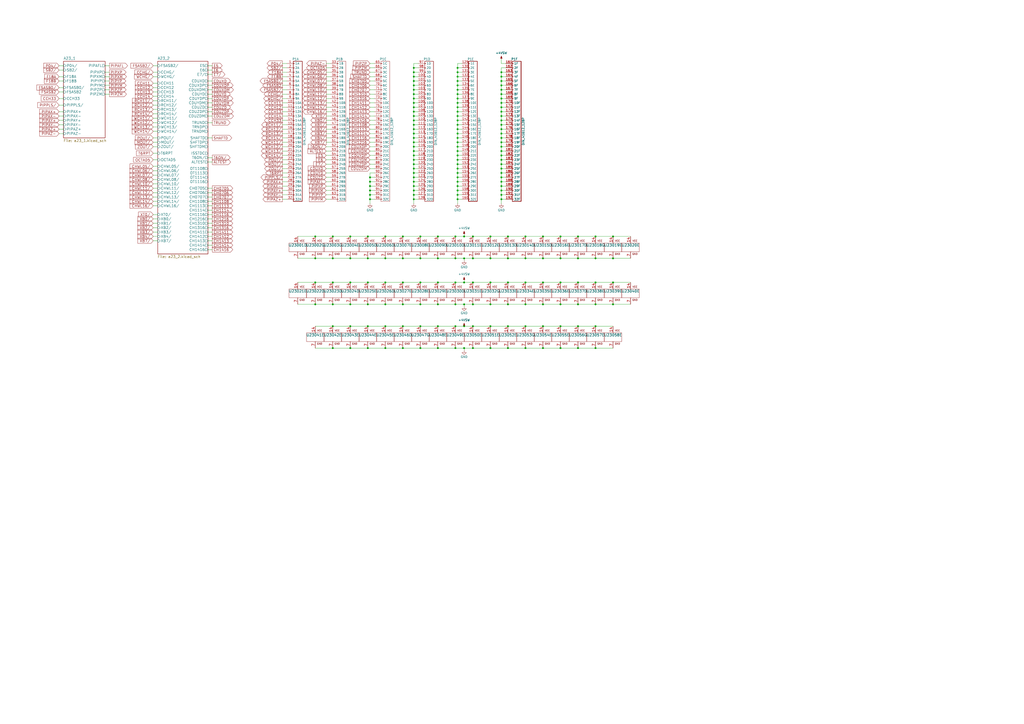
<source format=kicad_sch>
(kicad_sch (version 20211123) (generator eeschema)
  (paper "A2")
  (junction (at 182.88 176.53))
  (junction (at 240.03 72.39))
  (junction (at 233.68 149.86))
  (junction (at 290.83 100.33))
  (junction (at 240.03 115.57))
  (junction (at 265.43 77.47))
  (junction (at 335.28 201.93))
  (junction (at 182.88 149.86))
  (junction (at 284.48 176.53))
  (junction (at 240.03 54.61))
  (junction (at 240.03 52.07))
  (junction (at 240.03 41.91))
  (junction (at 265.43 102.87))
  (junction (at 294.64 201.93))
  (junction (at 274.32 149.86))
  (junction (at 290.83 72.39))
  (junction (at 290.83 95.25))
  (junction (at 203.2 163.83))
  (junction (at 254 201.93))
  (junction (at 290.83 87.63))
  (junction (at 265.43 74.93))
  (junction (at 284.48 163.83))
  (junction (at 265.43 107.95))
  (junction (at 240.03 44.45))
  (junction (at 213.36 176.53))
  (junction (at 203.2 201.93))
  (junction (at 265.43 95.25))
  (junction (at 290.83 49.53))
  (junction (at 290.83 41.91))
  (junction (at 290.83 107.95))
  (junction (at 290.83 102.87))
  (junction (at 325.12 176.53))
  (junction (at 233.68 201.93))
  (junction (at 240.03 77.47))
  (junction (at 233.68 189.23))
  (junction (at 203.2 149.86))
  (junction (at 240.03 110.49))
  (junction (at 203.2 189.23))
  (junction (at 233.68 137.16))
  (junction (at 265.43 92.71))
  (junction (at 325.12 163.83))
  (junction (at 335.28 149.86))
  (junction (at 290.83 57.15))
  (junction (at 284.48 137.16))
  (junction (at 290.83 105.41))
  (junction (at 240.03 107.95))
  (junction (at 240.03 113.03))
  (junction (at 294.64 163.83))
  (junction (at 264.16 201.93))
  (junction (at 214.63 105.41))
  (junction (at 325.12 201.93))
  (junction (at 290.83 54.61))
  (junction (at 240.03 49.53))
  (junction (at 274.32 189.23))
  (junction (at 182.88 163.83))
  (junction (at 355.6 176.53))
  (junction (at 240.03 67.31))
  (junction (at 265.43 64.77))
  (junction (at 214.63 102.87))
  (junction (at 265.43 87.63))
  (junction (at 193.04 149.86))
  (junction (at 240.03 74.93))
  (junction (at 284.48 201.93))
  (junction (at 240.03 85.09))
  (junction (at 345.44 176.53))
  (junction (at 314.96 137.16))
  (junction (at 325.12 149.86))
  (junction (at 240.03 64.77))
  (junction (at 182.88 137.16))
  (junction (at 265.43 97.79))
  (junction (at 314.96 201.93))
  (junction (at 214.63 107.95))
  (junction (at 294.64 137.16))
  (junction (at 265.43 52.07))
  (junction (at 265.43 80.01))
  (junction (at 290.83 67.31))
  (junction (at 240.03 90.17))
  (junction (at 254 149.86))
  (junction (at 290.83 115.57))
  (junction (at 240.03 59.69))
  (junction (at 264.16 176.53))
  (junction (at 213.36 201.93))
  (junction (at 223.52 189.23))
  (junction (at 294.64 176.53))
  (junction (at 243.84 137.16))
  (junction (at 325.12 137.16))
  (junction (at 355.6 163.83))
  (junction (at 290.83 69.85))
  (junction (at 240.03 39.37))
  (junction (at 265.43 110.49))
  (junction (at 240.03 100.33))
  (junction (at 243.84 189.23))
  (junction (at 264.16 189.23))
  (junction (at 304.8 189.23))
  (junction (at 314.96 163.83))
  (junction (at 265.43 85.09))
  (junction (at 290.83 62.23))
  (junction (at 335.28 137.16))
  (junction (at 214.63 115.57))
  (junction (at 223.52 137.16))
  (junction (at 290.83 44.45))
  (junction (at 335.28 176.53))
  (junction (at 223.52 149.86))
  (junction (at 269.24 201.93))
  (junction (at 265.43 82.55))
  (junction (at 290.83 77.47))
  (junction (at 290.83 64.77))
  (junction (at 243.84 176.53))
  (junction (at 240.03 95.25))
  (junction (at 274.32 176.53))
  (junction (at 265.43 44.45))
  (junction (at 290.83 80.01))
  (junction (at 290.83 90.17))
  (junction (at 265.43 72.39))
  (junction (at 265.43 113.03))
  (junction (at 254 137.16))
  (junction (at 304.8 176.53))
  (junction (at 265.43 69.85))
  (junction (at 265.43 105.41))
  (junction (at 240.03 69.85))
  (junction (at 265.43 62.23))
  (junction (at 214.63 113.03))
  (junction (at 193.04 137.16))
  (junction (at 290.83 110.49))
  (junction (at 223.52 201.93))
  (junction (at 243.84 201.93))
  (junction (at 265.43 115.57))
  (junction (at 240.03 46.99))
  (junction (at 269.24 176.53))
  (junction (at 214.63 110.49))
  (junction (at 290.83 92.71))
  (junction (at 265.43 46.99))
  (junction (at 254 176.53))
  (junction (at 355.6 137.16))
  (junction (at 233.68 176.53))
  (junction (at 304.8 149.86))
  (junction (at 264.16 149.86))
  (junction (at 269.24 189.23))
  (junction (at 243.84 163.83))
  (junction (at 304.8 137.16))
  (junction (at 325.12 189.23))
  (junction (at 345.44 189.23))
  (junction (at 265.43 54.61))
  (junction (at 203.2 137.16))
  (junction (at 240.03 80.01))
  (junction (at 193.04 176.53))
  (junction (at 345.44 163.83))
  (junction (at 265.43 67.31))
  (junction (at 304.8 163.83))
  (junction (at 240.03 102.87))
  (junction (at 274.32 163.83))
  (junction (at 290.83 82.55))
  (junction (at 213.36 189.23))
  (junction (at 264.16 163.83))
  (junction (at 233.68 163.83))
  (junction (at 240.03 82.55))
  (junction (at 240.03 87.63))
  (junction (at 290.83 113.03))
  (junction (at 254 189.23))
  (junction (at 294.64 149.86))
  (junction (at 265.43 100.33))
  (junction (at 193.04 201.93))
  (junction (at 269.24 137.16))
  (junction (at 265.43 57.15))
  (junction (at 355.6 149.86))
  (junction (at 269.24 163.83))
  (junction (at 265.43 59.69))
  (junction (at 335.28 163.83))
  (junction (at 240.03 105.41))
  (junction (at 223.52 163.83))
  (junction (at 265.43 39.37))
  (junction (at 265.43 41.91))
  (junction (at 294.64 189.23))
  (junction (at 223.52 176.53))
  (junction (at 193.04 189.23))
  (junction (at 290.83 97.79))
  (junction (at 213.36 163.83))
  (junction (at 240.03 62.23))
  (junction (at 290.83 85.09))
  (junction (at 284.48 189.23))
  (junction (at 243.84 149.86))
  (junction (at 269.24 149.86))
  (junction (at 265.43 49.53))
  (junction (at 264.16 137.16))
  (junction (at 345.44 149.86))
  (junction (at 193.04 163.83))
  (junction (at 274.32 137.16))
  (junction (at 290.83 52.07))
  (junction (at 345.44 137.16))
  (junction (at 335.28 189.23))
  (junction (at 314.96 149.86))
  (junction (at 314.96 189.23))
  (junction (at 240.03 92.71))
  (junction (at 213.36 149.86))
  (junction (at 274.32 201.93))
  (junction (at 240.03 57.15))
  (junction (at 203.2 176.53))
  (junction (at 345.44 201.93))
  (junction (at 290.83 59.69))
  (junction (at 290.83 74.93))
  (junction (at 240.03 97.79))
  (junction (at 254 163.83))
  (junction (at 314.96 176.53))
  (junction (at 304.8 201.93))
  (junction (at 290.83 46.99))
  (junction (at 265.43 90.17))
  (junction (at 284.48 149.86))
  (junction (at 213.36 137.16))
  (wire (pts (xy 34.29 50.8) (xy 36.83 50.8)))
  (wire (pts (xy 290.83 102.87) (xy 290.83 105.41)))
  (wire (pts (xy 240.03 49.53) (xy 240.03 52.07)))
  (wire (pts (xy 265.43 59.69) (xy 267.97 59.69)))
  (wire (pts (xy 34.29 57.15) (xy 36.83 57.15)))
  (wire (pts (xy 60.96 41.91) (xy 63.5 41.91)))
  (wire (pts (xy 254 137.16) (xy 264.16 137.16)))
  (wire (pts (xy 325.12 176.53) (xy 314.96 176.53)))
  (wire (pts (xy 304.8 137.16) (xy 314.96 137.16)))
  (wire (pts (xy 240.03 82.55) (xy 240.03 85.09)))
  (wire (pts (xy 269.24 162.56) (xy 269.24 163.83)))
  (wire (pts (xy 240.03 54.61) (xy 240.03 57.15)))
  (wire (pts (xy 214.63 118.11) (xy 214.63 115.57)))
  (wire (pts (xy 191.77 100.33) (xy 189.23 100.33)))
  (wire (pts (xy 191.77 95.25) (xy 189.23 95.25)))
  (wire (pts (xy 217.17 41.91) (xy 214.63 41.91)))
  (wire (pts (xy 265.43 41.91) (xy 267.97 41.91)))
  (wire (pts (xy 240.03 107.95) (xy 242.57 107.95)))
  (wire (pts (xy 203.2 176.53) (xy 193.04 176.53)))
  (wire (pts (xy 214.63 100.33) (xy 217.17 100.33)))
  (wire (pts (xy 34.29 64.77) (xy 36.83 64.77)))
  (wire (pts (xy 290.83 82.55) (xy 290.83 85.09)))
  (wire (pts (xy 325.12 163.83) (xy 335.28 163.83)))
  (wire (pts (xy 290.83 113.03) (xy 290.83 115.57)))
  (wire (pts (xy 335.28 201.93) (xy 325.12 201.93)))
  (wire (pts (xy 265.43 102.87) (xy 265.43 105.41)))
  (wire (pts (xy 240.03 41.91) (xy 242.57 41.91)))
  (wire (pts (xy 213.36 189.23) (xy 223.52 189.23)))
  (wire (pts (xy 290.83 87.63) (xy 293.37 87.63)))
  (wire (pts (xy 265.43 62.23) (xy 265.43 64.77)))
  (wire (pts (xy 240.03 62.23) (xy 240.03 64.77)))
  (wire (pts (xy 163.83 74.93) (xy 166.37 74.93)))
  (wire (pts (xy 189.23 57.15) (xy 191.77 57.15)))
  (wire (pts (xy 189.23 87.63) (xy 191.77 87.63)))
  (wire (pts (xy 290.83 90.17) (xy 293.37 90.17)))
  (wire (pts (xy 88.9 139.7) (xy 91.44 139.7)))
  (wire (pts (xy 88.9 101.6) (xy 91.44 101.6)))
  (wire (pts (xy 191.77 90.17) (xy 189.23 90.17)))
  (wire (pts (xy 163.83 87.63) (xy 166.37 87.63)))
  (wire (pts (xy 223.52 201.93) (xy 213.36 201.93)))
  (wire (pts (xy 284.48 201.93) (xy 274.32 201.93)))
  (wire (pts (xy 217.17 85.09) (xy 214.63 85.09)))
  (wire (pts (xy 88.9 82.55) (xy 91.44 82.55)))
  (wire (pts (xy 290.83 115.57) (xy 290.83 118.11)))
  (wire (pts (xy 88.9 96.52) (xy 91.44 96.52)))
  (wire (pts (xy 240.03 97.79) (xy 240.03 100.33)))
  (wire (pts (xy 182.88 137.16) (xy 193.04 137.16)))
  (wire (pts (xy 88.9 58.42) (xy 91.44 58.42)))
  (wire (pts (xy 243.84 201.93) (xy 233.68 201.93)))
  (wire (pts (xy 223.52 176.53) (xy 213.36 176.53)))
  (wire (pts (xy 274.32 189.23) (xy 284.48 189.23)))
  (wire (pts (xy 189.23 72.39) (xy 191.77 72.39)))
  (wire (pts (xy 240.03 82.55) (xy 242.57 82.55)))
  (wire (pts (xy 265.43 39.37) (xy 265.43 41.91)))
  (wire (pts (xy 189.23 39.37) (xy 191.77 39.37)))
  (wire (pts (xy 88.9 55.88) (xy 91.44 55.88)))
  (wire (pts (xy 163.83 39.37) (xy 166.37 39.37)))
  (wire (pts (xy 193.04 137.16) (xy 203.2 137.16)))
  (wire (pts (xy 265.43 107.95) (xy 267.97 107.95)))
  (wire (pts (xy 120.65 54.61) (xy 123.19 54.61)))
  (wire (pts (xy 264.16 201.93) (xy 254 201.93)))
  (wire (pts (xy 267.97 39.37) (xy 265.43 39.37)))
  (wire (pts (xy 290.83 92.71) (xy 290.83 95.25)))
  (wire (pts (xy 217.17 54.61) (xy 214.63 54.61)))
  (wire (pts (xy 240.03 87.63) (xy 240.03 90.17)))
  (wire (pts (xy 233.68 149.86) (xy 223.52 149.86)))
  (wire (pts (xy 240.03 80.01) (xy 242.57 80.01)))
  (wire (pts (xy 265.43 80.01) (xy 267.97 80.01)))
  (wire (pts (xy 290.83 69.85) (xy 290.83 72.39)))
  (wire (pts (xy 163.83 54.61) (xy 166.37 54.61)))
  (wire (pts (xy 290.83 100.33) (xy 290.83 102.87)))
  (wire (pts (xy 284.48 137.16) (xy 294.64 137.16)))
  (wire (pts (xy 290.83 67.31) (xy 293.37 67.31)))
  (wire (pts (xy 265.43 77.47) (xy 267.97 77.47)))
  (wire (pts (xy 290.83 44.45) (xy 293.37 44.45)))
  (wire (pts (xy 120.65 64.77) (xy 123.19 64.77)))
  (wire (pts (xy 265.43 102.87) (xy 267.97 102.87)))
  (wire (pts (xy 182.88 149.86) (xy 172.72 149.86)))
  (wire (pts (xy 274.32 163.83) (xy 284.48 163.83)))
  (wire (pts (xy 88.9 80.01) (xy 91.44 80.01)))
  (wire (pts (xy 88.9 111.76) (xy 91.44 111.76)))
  (wire (pts (xy 265.43 105.41) (xy 267.97 105.41)))
  (wire (pts (xy 163.83 52.07) (xy 166.37 52.07)))
  (wire (pts (xy 335.28 137.16) (xy 345.44 137.16)))
  (wire (pts (xy 293.37 41.91) (xy 290.83 41.91)))
  (wire (pts (xy 265.43 69.85) (xy 267.97 69.85)))
  (wire (pts (xy 335.28 176.53) (xy 325.12 176.53)))
  (wire (pts (xy 120.65 67.31) (xy 123.19 67.31)))
  (wire (pts (xy 240.03 92.71) (xy 242.57 92.71)))
  (wire (pts (xy 163.83 41.91) (xy 166.37 41.91)))
  (wire (pts (xy 217.17 69.85) (xy 214.63 69.85)))
  (wire (pts (xy 34.29 44.45) (xy 36.83 44.45)))
  (wire (pts (xy 163.83 49.53) (xy 166.37 49.53)))
  (wire (pts (xy 189.23 80.01) (xy 191.77 80.01)))
  (wire (pts (xy 163.83 100.33) (xy 166.37 100.33)))
  (wire (pts (xy 294.64 176.53) (xy 284.48 176.53)))
  (wire (pts (xy 240.03 57.15) (xy 240.03 59.69)))
  (wire (pts (xy 290.83 115.57) (xy 293.37 115.57)))
  (wire (pts (xy 290.83 72.39) (xy 293.37 72.39)))
  (wire (pts (xy 355.6 201.93) (xy 345.44 201.93)))
  (wire (pts (xy 290.83 113.03) (xy 293.37 113.03)))
  (wire (pts (xy 163.83 95.25) (xy 166.37 95.25)))
  (wire (pts (xy 88.9 68.58) (xy 91.44 68.58)))
  (wire (pts (xy 264.16 189.23) (xy 269.24 189.23)))
  (wire (pts (xy 265.43 80.01) (xy 265.43 82.55)))
  (wire (pts (xy 191.77 107.95) (xy 189.23 107.95)))
  (wire (pts (xy 240.03 46.99) (xy 240.03 49.53)))
  (wire (pts (xy 265.43 110.49) (xy 267.97 110.49)))
  (wire (pts (xy 265.43 95.25) (xy 267.97 95.25)))
  (wire (pts (xy 290.83 85.09) (xy 293.37 85.09)))
  (wire (pts (xy 265.43 85.09) (xy 265.43 87.63)))
  (wire (pts (xy 265.43 49.53) (xy 267.97 49.53)))
  (wire (pts (xy 290.83 57.15) (xy 290.83 59.69)))
  (wire (pts (xy 265.43 82.55) (xy 265.43 85.09)))
  (wire (pts (xy 163.83 64.77) (xy 166.37 64.77)))
  (wire (pts (xy 240.03 39.37) (xy 240.03 41.91)))
  (wire (pts (xy 265.43 95.25) (xy 265.43 97.79)))
  (wire (pts (xy 214.63 113.03) (xy 214.63 110.49)))
  (wire (pts (xy 189.23 67.31) (xy 191.77 67.31)))
  (wire (pts (xy 290.83 49.53) (xy 290.83 52.07)))
  (wire (pts (xy 213.36 163.83) (xy 223.52 163.83)))
  (wire (pts (xy 193.04 163.83) (xy 203.2 163.83)))
  (wire (pts (xy 290.83 97.79) (xy 293.37 97.79)))
  (wire (pts (xy 304.8 201.93) (xy 294.64 201.93)))
  (wire (pts (xy 240.03 57.15) (xy 242.57 57.15)))
  (wire (pts (xy 264.16 149.86) (xy 254 149.86)))
  (wire (pts (xy 214.63 107.95) (xy 214.63 105.41)))
  (wire (pts (xy 120.65 38.1) (xy 123.19 38.1)))
  (wire (pts (xy 233.68 176.53) (xy 223.52 176.53)))
  (wire (pts (xy 163.83 59.69) (xy 166.37 59.69)))
  (wire (pts (xy 88.9 124.46) (xy 91.44 124.46)))
  (wire (pts (xy 189.23 44.45) (xy 191.77 44.45)))
  (wire (pts (xy 214.63 115.57) (xy 214.63 113.03)))
  (wire (pts (xy 120.65 93.98) (xy 123.19 93.98)))
  (wire (pts (xy 120.65 57.15) (xy 123.19 57.15)))
  (wire (pts (xy 265.43 100.33) (xy 265.43 102.87)))
  (wire (pts (xy 265.43 72.39) (xy 265.43 74.93)))
  (wire (pts (xy 189.23 41.91) (xy 191.77 41.91)))
  (wire (pts (xy 217.17 90.17) (xy 214.63 90.17)))
  (wire (pts (xy 240.03 74.93) (xy 242.57 74.93)))
  (wire (pts (xy 265.43 82.55) (xy 267.97 82.55)))
  (wire (pts (xy 290.83 46.99) (xy 290.83 49.53)))
  (wire (pts (xy 240.03 102.87) (xy 240.03 105.41)))
  (wire (pts (xy 213.36 201.93) (xy 203.2 201.93)))
  (wire (pts (xy 163.83 110.49) (xy 166.37 110.49)))
  (wire (pts (xy 269.24 177.8) (xy 269.24 176.53)))
  (wire (pts (xy 265.43 62.23) (xy 267.97 62.23)))
  (wire (pts (xy 203.2 149.86) (xy 193.04 149.86)))
  (wire (pts (xy 265.43 41.91) (xy 265.43 44.45)))
  (wire (pts (xy 189.23 64.77) (xy 191.77 64.77)))
  (wire (pts (xy 34.29 53.34) (xy 36.83 53.34)))
  (wire (pts (xy 264.16 176.53) (xy 254 176.53)))
  (wire (pts (xy 88.9 114.3) (xy 91.44 114.3)))
  (wire (pts (xy 88.9 60.96) (xy 91.44 60.96)))
  (wire (pts (xy 269.24 203.2) (xy 269.24 201.93)))
  (wire (pts (xy 240.03 72.39) (xy 242.57 72.39)))
  (wire (pts (xy 88.9 134.62) (xy 91.44 134.62)))
  (wire (pts (xy 217.17 52.07) (xy 214.63 52.07)))
  (wire (pts (xy 242.57 39.37) (xy 240.03 39.37)))
  (wire (pts (xy 335.28 189.23) (xy 345.44 189.23)))
  (wire (pts (xy 217.17 92.71) (xy 214.63 92.71)))
  (wire (pts (xy 88.9 109.22) (xy 91.44 109.22)))
  (wire (pts (xy 189.23 69.85) (xy 191.77 69.85)))
  (wire (pts (xy 120.65 119.38) (xy 123.19 119.38)))
  (wire (pts (xy 265.43 97.79) (xy 265.43 100.33)))
  (wire (pts (xy 290.83 64.77) (xy 293.37 64.77)))
  (wire (pts (xy 290.83 54.61) (xy 290.83 57.15)))
  (wire (pts (xy 88.9 137.16) (xy 91.44 137.16)))
  (wire (pts (xy 290.83 57.15) (xy 293.37 57.15)))
  (wire (pts (xy 243.84 163.83) (xy 254 163.83)))
  (wire (pts (xy 120.65 142.24) (xy 123.19 142.24)))
  (wire (pts (xy 243.84 189.23) (xy 254 189.23)))
  (wire (pts (xy 163.83 115.57) (xy 166.37 115.57)))
  (wire (pts (xy 189.23 85.09) (xy 191.77 85.09)))
  (wire (pts (xy 265.43 77.47) (xy 265.43 80.01)))
  (wire (pts (xy 345.44 201.93) (xy 335.28 201.93)))
  (wire (pts (xy 265.43 59.69) (xy 265.43 62.23)))
  (wire (pts (xy 240.03 115.57) (xy 240.03 118.11)))
  (wire (pts (xy 163.83 36.83) (xy 166.37 36.83)))
  (wire (pts (xy 240.03 105.41) (xy 242.57 105.41)))
  (wire (pts (xy 88.9 76.2) (xy 91.44 76.2)))
  (wire (pts (xy 293.37 36.83) (xy 290.83 36.83)))
  (wire (pts (xy 284.48 163.83) (xy 294.64 163.83)))
  (wire (pts (xy 314.96 137.16) (xy 325.12 137.16)))
  (wire (pts (xy 233.68 137.16) (xy 243.84 137.16)))
  (wire (pts (xy 265.43 85.09) (xy 267.97 85.09)))
  (wire (pts (xy 191.77 102.87) (xy 189.23 102.87)))
  (wire (pts (xy 191.77 113.03) (xy 189.23 113.03)))
  (wire (pts (xy 265.43 87.63) (xy 267.97 87.63)))
  (wire (pts (xy 314.96 176.53) (xy 304.8 176.53)))
  (wire (pts (xy 243.84 176.53) (xy 233.68 176.53)))
  (wire (pts (xy 284.48 189.23) (xy 294.64 189.23)))
  (wire (pts (xy 355.6 137.16) (xy 365.76 137.16)))
  (wire (pts (xy 265.43 92.71) (xy 267.97 92.71)))
  (wire (pts (xy 240.03 113.03) (xy 242.57 113.03)))
  (wire (pts (xy 284.48 176.53) (xy 274.32 176.53)))
  (wire (pts (xy 120.65 40.64) (xy 123.19 40.64)))
  (wire (pts (xy 88.9 85.09) (xy 91.44 85.09)))
  (wire (pts (xy 265.43 64.77) (xy 267.97 64.77)))
  (wire (pts (xy 240.03 36.83) (xy 240.03 39.37)))
  (wire (pts (xy 240.03 77.47) (xy 240.03 80.01)))
  (wire (pts (xy 182.88 176.53) (xy 172.72 176.53)))
  (wire (pts (xy 191.77 105.41) (xy 189.23 105.41)))
  (wire (pts (xy 217.17 36.83) (xy 214.63 36.83)))
  (wire (pts (xy 314.96 163.83) (xy 325.12 163.83)))
  (wire (pts (xy 269.24 135.89) (xy 269.24 137.16)))
  (wire (pts (xy 120.65 71.12) (xy 123.19 71.12)))
  (wire (pts (xy 88.9 88.9) (xy 91.44 88.9)))
  (wire (pts (xy 34.29 72.39) (xy 36.83 72.39)))
  (wire (pts (xy 264.16 137.16) (xy 269.24 137.16)))
  (wire (pts (xy 88.9 50.8) (xy 91.44 50.8)))
  (wire (pts (xy 290.83 67.31) (xy 290.83 69.85)))
  (wire (pts (xy 214.63 107.95) (xy 217.17 107.95)))
  (wire (pts (xy 265.43 46.99) (xy 265.43 49.53)))
  (wire (pts (xy 243.84 149.86) (xy 233.68 149.86)))
  (wire (pts (xy 294.64 149.86) (xy 284.48 149.86)))
  (wire (pts (xy 269.24 176.53) (xy 264.16 176.53)))
  (wire (pts (xy 60.96 38.1) (xy 63.5 38.1)))
  (wire (pts (xy 355.6 176.53) (xy 345.44 176.53)))
  (wire (pts (xy 217.17 39.37) (xy 214.63 39.37)))
  (wire (pts (xy 284.48 149.86) (xy 274.32 149.86)))
  (wire (pts (xy 240.03 44.45) (xy 242.57 44.45)))
  (wire (pts (xy 240.03 59.69) (xy 242.57 59.69)))
  (wire (pts (xy 240.03 52.07) (xy 240.03 54.61)))
  (wire (pts (xy 325.12 137.16) (xy 335.28 137.16)))
  (wire (pts (xy 240.03 107.95) (xy 240.03 110.49)))
  (wire (pts (xy 290.83 95.25) (xy 290.83 97.79)))
  (wire (pts (xy 290.83 52.07) (xy 290.83 54.61)))
  (wire (pts (xy 88.9 48.26) (xy 91.44 48.26)))
  (wire (pts (xy 355.6 163.83) (xy 365.76 163.83)))
  (wire (pts (xy 189.23 77.47) (xy 191.77 77.47)))
  (wire (pts (xy 189.23 49.53) (xy 191.77 49.53)))
  (wire (pts (xy 265.43 115.57) (xy 265.43 118.11)))
  (wire (pts (xy 269.24 137.16) (xy 274.32 137.16)))
  (wire (pts (xy 240.03 52.07) (xy 242.57 52.07)))
  (wire (pts (xy 240.03 110.49) (xy 240.03 113.03)))
  (wire (pts (xy 325.12 201.93) (xy 314.96 201.93)))
  (wire (pts (xy 214.63 110.49) (xy 214.63 107.95)))
  (wire (pts (xy 120.65 91.44) (xy 123.19 91.44)))
  (wire (pts (xy 290.83 95.25) (xy 293.37 95.25)))
  (wire (pts (xy 240.03 87.63) (xy 242.57 87.63)))
  (wire (pts (xy 214.63 105.41) (xy 217.17 105.41)))
  (wire (pts (xy 240.03 80.01) (xy 240.03 82.55)))
  (wire (pts (xy 120.65 121.92) (xy 123.19 121.92)))
  (wire (pts (xy 264.16 163.83) (xy 269.24 163.83)))
  (wire (pts (xy 265.43 97.79) (xy 267.97 97.79)))
  (wire (pts (xy 290.83 49.53) (xy 293.37 49.53)))
  (wire (pts (xy 217.17 44.45) (xy 214.63 44.45)))
  (wire (pts (xy 163.83 80.01) (xy 166.37 80.01)))
  (wire (pts (xy 214.63 110.49) (xy 217.17 110.49)))
  (wire (pts (xy 265.43 107.95) (xy 265.43 110.49)))
  (wire (pts (xy 290.83 74.93) (xy 290.83 77.47)))
  (wire (pts (xy 274.32 137.16) (xy 284.48 137.16)))
  (wire (pts (xy 191.77 97.79) (xy 189.23 97.79)))
  (wire (pts (xy 88.9 44.45) (xy 91.44 44.45)))
  (wire (pts (xy 269.24 149.86) (xy 264.16 149.86)))
  (wire (pts (xy 189.23 59.69) (xy 191.77 59.69)))
  (wire (pts (xy 265.43 54.61) (xy 265.43 57.15)))
  (wire (pts (xy 217.17 62.23) (xy 214.63 62.23)))
  (wire (pts (xy 265.43 110.49) (xy 265.43 113.03)))
  (wire (pts (xy 325.12 149.86) (xy 314.96 149.86)))
  (wire (pts (xy 240.03 77.47) (xy 242.57 77.47)))
  (wire (pts (xy 203.2 201.93) (xy 193.04 201.93)))
  (wire (pts (xy 314.96 201.93) (xy 304.8 201.93)))
  (wire (pts (xy 294.64 189.23) (xy 304.8 189.23)))
  (wire (pts (xy 34.29 77.47) (xy 36.83 77.47)))
  (wire (pts (xy 163.83 105.41) (xy 166.37 105.41)))
  (wire (pts (xy 214.63 102.87) (xy 217.17 102.87)))
  (wire (pts (xy 217.17 72.39) (xy 214.63 72.39)))
  (wire (pts (xy 240.03 62.23) (xy 242.57 62.23)))
  (wire (pts (xy 163.83 97.79) (xy 166.37 97.79)))
  (wire (pts (xy 163.83 85.09) (xy 166.37 85.09)))
  (wire (pts (xy 120.65 59.69) (xy 123.19 59.69)))
  (wire (pts (xy 163.83 57.15) (xy 166.37 57.15)))
  (wire (pts (xy 290.83 59.69) (xy 293.37 59.69)))
  (wire (pts (xy 120.65 46.99) (xy 123.19 46.99)))
  (wire (pts (xy 240.03 59.69) (xy 240.03 62.23)))
  (wire (pts (xy 163.83 46.99) (xy 166.37 46.99)))
  (wire (pts (xy 304.8 163.83) (xy 314.96 163.83)))
  (wire (pts (xy 163.83 77.47) (xy 166.37 77.47)))
  (wire (pts (xy 120.65 80.01) (xy 123.19 80.01)))
  (wire (pts (xy 240.03 90.17) (xy 242.57 90.17)))
  (wire (pts (xy 189.23 62.23) (xy 191.77 62.23)))
  (wire (pts (xy 240.03 64.77) (xy 242.57 64.77)))
  (wire (pts (xy 290.83 85.09) (xy 290.83 87.63)))
  (wire (pts (xy 240.03 95.25) (xy 240.03 97.79)))
  (wire (pts (xy 290.83 105.41) (xy 293.37 105.41)))
  (wire (pts (xy 240.03 102.87) (xy 242.57 102.87)))
  (wire (pts (xy 240.03 95.25) (xy 242.57 95.25)))
  (wire (pts (xy 265.43 54.61) (xy 267.97 54.61)))
  (wire (pts (xy 88.9 38.1) (xy 91.44 38.1)))
  (wire (pts (xy 88.9 71.12) (xy 91.44 71.12)))
  (wire (pts (xy 265.43 113.03) (xy 267.97 113.03)))
  (wire (pts (xy 60.96 54.61) (xy 63.5 54.61)))
  (wire (pts (xy 189.23 74.93) (xy 191.77 74.93)))
  (wire (pts (xy 233.68 163.83) (xy 243.84 163.83)))
  (wire (pts (xy 120.65 129.54) (xy 123.19 129.54)))
  (wire (pts (xy 265.43 100.33) (xy 267.97 100.33)))
  (wire (pts (xy 60.96 46.99) (xy 63.5 46.99)))
  (wire (pts (xy 290.83 62.23) (xy 293.37 62.23)))
  (wire (pts (xy 290.83 107.95) (xy 293.37 107.95)))
  (wire (pts (xy 265.43 90.17) (xy 265.43 92.71)))
  (wire (pts (xy 223.52 163.83) (xy 233.68 163.83)))
  (wire (pts (xy 314.96 149.86) (xy 304.8 149.86)))
  (wire (pts (xy 240.03 54.61) (xy 242.57 54.61)))
  (wire (pts (xy 223.52 137.16) (xy 233.68 137.16)))
  (wire (pts (xy 240.03 100.33) (xy 242.57 100.33)))
  (wire (pts (xy 34.29 67.31) (xy 36.83 67.31)))
  (wire (pts (xy 240.03 90.17) (xy 240.03 92.71)))
  (wire (pts (xy 290.83 82.55) (xy 293.37 82.55)))
  (wire (pts (xy 290.83 54.61) (xy 293.37 54.61)))
  (wire (pts (xy 203.2 189.23) (xy 213.36 189.23)))
  (wire (pts (xy 254 163.83) (xy 264.16 163.83)))
  (wire (pts (xy 290.83 74.93) (xy 293.37 74.93)))
  (wire (pts (xy 293.37 39.37) (xy 290.83 39.37)))
  (wire (pts (xy 290.83 69.85) (xy 293.37 69.85)))
  (wire (pts (xy 240.03 113.03) (xy 240.03 115.57)))
  (wire (pts (xy 240.03 85.09) (xy 240.03 87.63)))
  (wire (pts (xy 240.03 64.77) (xy 240.03 67.31)))
  (wire (pts (xy 182.88 189.23) (xy 193.04 189.23)))
  (wire (pts (xy 304.8 149.86) (xy 294.64 149.86)))
  (wire (pts (xy 163.83 62.23) (xy 166.37 62.23)))
  (wire (pts (xy 217.17 95.25) (xy 214.63 95.25)))
  (wire (pts (xy 191.77 110.49) (xy 189.23 110.49)))
  (wire (pts (xy 217.17 82.55) (xy 214.63 82.55)))
  (wire (pts (xy 265.43 64.77) (xy 265.43 67.31)))
  (wire (pts (xy 265.43 74.93) (xy 267.97 74.93)))
  (wire (pts (xy 240.03 46.99) (xy 242.57 46.99)))
  (wire (pts (xy 345.44 149.86) (xy 335.28 149.86)))
  (wire (pts (xy 365.76 149.86) (xy 355.6 149.86)))
  (wire (pts (xy 290.83 46.99) (xy 293.37 46.99)))
  (wire (pts (xy 265.43 74.93) (xy 265.43 77.47)))
  (wire (pts (xy 217.17 77.47) (xy 214.63 77.47)))
  (wire (pts (xy 274.32 201.93) (xy 269.24 201.93)))
  (wire (pts (xy 88.9 129.54) (xy 91.44 129.54)))
  (wire (pts (xy 214.63 102.87) (xy 214.63 100.33)))
  (wire (pts (xy 88.9 63.5) (xy 91.44 63.5)))
  (wire (pts (xy 240.03 74.93) (xy 240.03 77.47)))
  (wire (pts (xy 120.65 127) (xy 123.19 127)))
  (wire (pts (xy 335.28 163.83) (xy 345.44 163.83)))
  (wire (pts (xy 88.9 119.38) (xy 91.44 119.38)))
  (wire (pts (xy 193.04 149.86) (xy 182.88 149.86)))
  (wire (pts (xy 290.83 44.45) (xy 290.83 46.99)))
  (wire (pts (xy 203.2 163.83) (xy 213.36 163.83)))
  (wire (pts (xy 240.03 69.85) (xy 242.57 69.85)))
  (wire (pts (xy 265.43 69.85) (xy 265.43 72.39)))
  (wire (pts (xy 265.43 87.63) (xy 265.43 90.17)))
  (wire (pts (xy 120.65 114.3) (xy 123.19 114.3)))
  (wire (pts (xy 345.44 137.16) (xy 355.6 137.16)))
  (wire (pts (xy 214.63 105.41) (xy 214.63 102.87)))
  (wire (pts (xy 60.96 44.45) (xy 63.5 44.45)))
  (wire (pts (xy 274.32 176.53) (xy 269.24 176.53)))
  (wire (pts (xy 242.57 36.83) (xy 240.03 36.83)))
  (wire (pts (xy 290.83 92.71) (xy 293.37 92.71)))
  (wire (pts (xy 290.83 87.63) (xy 290.83 90.17)))
  (wire (pts (xy 240.03 110.49) (xy 242.57 110.49)))
  (wire (pts (xy 60.96 49.53) (xy 63.5 49.53)))
  (wire (pts (xy 265.43 105.41) (xy 265.43 107.95)))
  (wire (pts (xy 294.64 201.93) (xy 284.48 201.93)))
  (wire (pts (xy 269.24 201.93) (xy 264.16 201.93)))
  (wire (pts (xy 290.83 105.41) (xy 290.83 107.95)))
  (wire (pts (xy 290.83 39.37) (xy 290.83 41.91)))
  (wire (pts (xy 240.03 85.09) (xy 242.57 85.09)))
  (wire (pts (xy 240.03 92.71) (xy 240.03 95.25)))
  (wire (pts (xy 214.63 113.03) (xy 217.17 113.03)))
  (wire (pts (xy 290.83 80.01) (xy 290.83 82.55)))
  (wire (pts (xy 240.03 44.45) (xy 240.03 46.99)))
  (wire (pts (xy 217.17 64.77) (xy 214.63 64.77)))
  (wire (pts (xy 213.36 137.16) (xy 223.52 137.16)))
  (wire (pts (xy 265.43 44.45) (xy 265.43 46.99)))
  (wire (pts (xy 240.03 49.53) (xy 242.57 49.53)))
  (wire (pts (xy 345.44 176.53) (xy 335.28 176.53)))
  (wire (pts (xy 163.83 82.55) (xy 166.37 82.55)))
  (wire (pts (xy 213.36 176.53) (xy 203.2 176.53)))
  (wire (pts (xy 290.83 41.91) (xy 290.83 44.45)))
  (wire (pts (xy 269.24 151.13) (xy 269.24 149.86)))
  (wire (pts (xy 88.9 132.08) (xy 91.44 132.08)))
  (wire (pts (xy 163.83 44.45) (xy 166.37 44.45)))
  (wire (pts (xy 88.9 127) (xy 91.44 127)))
  (wire (pts (xy 240.03 105.41) (xy 240.03 107.95)))
  (wire (pts (xy 163.83 107.95) (xy 166.37 107.95)))
  (wire (pts (xy 240.03 41.91) (xy 240.03 44.45)))
  (wire (pts (xy 290.83 77.47) (xy 290.83 80.01)))
  (wire (pts (xy 120.65 137.16) (xy 123.19 137.16)))
  (wire (pts (xy 120.65 124.46) (xy 123.19 124.46)))
  (wire (pts (xy 182.88 163.83) (xy 193.04 163.83)))
  (wire (pts (xy 240.03 115.57) (xy 242.57 115.57)))
  (wire (pts (xy 172.72 163.83) (xy 182.88 163.83)))
  (wire (pts (xy 325.12 189.23) (xy 335.28 189.23)))
  (wire (pts (xy 189.23 82.55) (xy 191.77 82.55)))
  (wire (pts (xy 240.03 67.31) (xy 242.57 67.31)))
  (wire (pts (xy 290.83 97.79) (xy 290.83 100.33)))
  (wire (pts (xy 290.83 102.87) (xy 293.37 102.87)))
  (wire (pts (xy 294.64 163.83) (xy 304.8 163.83)))
  (wire (pts (xy 290.83 100.33) (xy 293.37 100.33)))
  (wire (pts (xy 269.24 189.23) (xy 274.32 189.23)))
  (wire (pts (xy 163.83 72.39) (xy 166.37 72.39)))
  (wire (pts (xy 290.83 80.01) (xy 293.37 80.01)))
  (wire (pts (xy 265.43 113.03) (xy 265.43 115.57)))
  (wire (pts (xy 265.43 115.57) (xy 267.97 115.57)))
  (wire (pts (xy 304.8 176.53) (xy 294.64 176.53)))
  (wire (pts (xy 240.03 69.85) (xy 240.03 72.39)))
  (wire (pts (xy 335.28 149.86) (xy 325.12 149.86)))
  (wire (pts (xy 120.65 52.07) (xy 123.19 52.07)))
  (wire (pts (xy 120.65 43.18) (xy 123.19 43.18)))
  (wire (pts (xy 265.43 49.53) (xy 265.43 52.07)))
  (wire (pts (xy 265.43 92.71) (xy 265.43 95.25)))
  (wire (pts (xy 233.68 189.23) (xy 243.84 189.23)))
  (wire (pts (xy 88.9 92.71) (xy 91.44 92.71)))
  (wire (pts (xy 163.83 90.17) (xy 166.37 90.17)))
  (wire (pts (xy 217.17 57.15) (xy 214.63 57.15)))
  (wire (pts (xy 34.29 40.64) (xy 36.83 40.64)))
  (wire (pts (xy 163.83 102.87) (xy 166.37 102.87)))
  (wire (pts (xy 120.65 49.53) (xy 123.19 49.53)))
  (wire (pts (xy 217.17 67.31) (xy 214.63 67.31)))
  (wire (pts (xy 193.04 176.53) (xy 182.88 176.53)))
  (wire (pts (xy 290.83 59.69) (xy 290.83 62.23)))
  (wire (pts (xy 355.6 149.86) (xy 345.44 149.86)))
  (wire (pts (xy 290.83 62.23) (xy 290.83 64.77)))
  (wire (pts (xy 88.9 116.84) (xy 91.44 116.84)))
  (wire (pts (xy 217.17 49.53) (xy 214.63 49.53)))
  (wire (pts (xy 88.9 106.68) (xy 91.44 106.68)))
  (wire (pts (xy 120.65 109.22) (xy 123.19 109.22)))
  (wire (pts (xy 233.68 201.93) (xy 223.52 201.93)))
  (wire (pts (xy 191.77 92.71) (xy 189.23 92.71)))
  (wire (pts (xy 213.36 149.86) (xy 203.2 149.86)))
  (wire (pts (xy 88.9 99.06) (xy 91.44 99.06)))
  (wire (pts (xy 290.83 90.17) (xy 290.83 92.71)))
  (wire (pts (xy 217.17 97.79) (xy 214.63 97.79)))
  (wire (pts (xy 290.83 110.49) (xy 290.83 113.03)))
  (wire (pts (xy 265.43 57.15) (xy 265.43 59.69)))
  (wire (pts (xy 294.64 137.16) (xy 304.8 137.16)))
  (wire (pts (xy 189.23 52.07) (xy 191.77 52.07)))
  (wire (pts (xy 290.83 110.49) (xy 293.37 110.49)))
  (wire (pts (xy 290.83 72.39) (xy 290.83 74.93)))
  (wire (pts (xy 217.17 46.99) (xy 214.63 46.99)))
  (wire (pts (xy 60.96 52.07) (xy 63.5 52.07)))
  (wire (pts (xy 88.9 66.04) (xy 91.44 66.04)))
  (wire (pts (xy 88.9 73.66) (xy 91.44 73.66)))
  (wire (pts (xy 265.43 67.31) (xy 265.43 69.85)))
  (wire (pts (xy 265.43 57.15) (xy 267.97 57.15)))
  (wire (pts (xy 314.96 189.23) (xy 325.12 189.23)))
  (wire (pts (xy 193.04 201.93) (xy 182.88 201.93)))
  (wire (pts (xy 254 149.86) (xy 243.84 149.86)))
  (wire (pts (xy 203.2 137.16) (xy 213.36 137.16)))
  (wire (pts (xy 120.65 144.78) (xy 123.19 144.78)))
  (wire (pts (xy 290.83 64.77) (xy 290.83 67.31)))
  (wire (pts (xy 290.83 52.07) (xy 293.37 52.07)))
  (wire (pts (xy 88.9 104.14) (xy 91.44 104.14)))
  (wire (pts (xy 345.44 163.83) (xy 355.6 163.83)))
  (wire (pts (xy 265.43 52.07) (xy 265.43 54.61)))
  (wire (pts (xy 265.43 90.17) (xy 267.97 90.17)))
  (wire (pts (xy 120.65 111.76) (xy 123.19 111.76)))
  (wire (pts (xy 345.44 189.23) (xy 355.6 189.23)))
  (wire (pts (xy 265.43 46.99) (xy 267.97 46.99)))
  (wire (pts (xy 290.83 77.47) (xy 293.37 77.47)))
  (wire (pts (xy 189.23 36.83) (xy 191.77 36.83)))
  (wire (pts (xy 189.23 54.61) (xy 191.77 54.61)))
  (wire (pts (xy 290.83 36.83) (xy 290.83 34.29)))
  (wire (pts (xy 217.17 59.69) (xy 214.63 59.69)))
  (wire (pts (xy 223.52 189.23) (xy 233.68 189.23)))
  (wire (pts (xy 189.23 46.99) (xy 191.77 46.99)))
  (wire (pts (xy 163.83 113.03) (xy 166.37 113.03)))
  (wire (pts (xy 365.76 176.53) (xy 355.6 176.53)))
  (wire (pts (xy 254 189.23) (xy 264.16 189.23)))
  (wire (pts (xy 240.03 100.33) (xy 240.03 102.87)))
  (wire (pts (xy 34.29 69.85) (xy 36.83 69.85)))
  (wire (pts (xy 265.43 67.31) (xy 267.97 67.31)))
  (wire (pts (xy 34.29 38.1) (xy 36.83 38.1)))
  (wire (pts (xy 34.29 60.96) (xy 36.83 60.96)))
  (wire (pts (xy 214.63 115.57) (xy 217.17 115.57)))
  (wire (pts (xy 254 201.93) (xy 243.84 201.93)))
  (wire (pts (xy 265.43 72.39) (xy 267.97 72.39)))
  (wire (pts (xy 88.9 53.34) (xy 91.44 53.34)))
  (wire (pts (xy 254 176.53) (xy 243.84 176.53)))
  (wire (pts (xy 217.17 74.93) (xy 214.63 74.93)))
  (wire (pts (xy 88.9 41.91) (xy 91.44 41.91)))
  (wire (pts (xy 163.83 69.85) (xy 166.37 69.85)))
  (wire (pts (xy 120.65 134.62) (xy 123.19 134.62)))
  (wire (pts (xy 193.04 189.23) (xy 203.2 189.23)))
  (wire (pts (xy 191.77 115.57) (xy 189.23 115.57)))
  (wire (pts (xy 217.17 87.63) (xy 214.63 87.63)))
  (wire (pts (xy 267.97 36.83) (xy 265.43 36.83)))
  (wire (pts (xy 265.43 36.83) (xy 265.43 39.37)))
  (wire (pts (xy 223.52 149.86) (xy 213.36 149.86)))
  (wire (pts (xy 290.83 107.95) (xy 290.83 110.49)))
  (wire (pts (xy 240.03 67.31) (xy 240.03 69.85)))
  (wire (pts (xy 265.43 52.07) (xy 267.97 52.07)))
  (wire (pts (xy 34.29 74.93) (xy 36.83 74.93)))
  (wire (pts (xy 163.83 67.31) (xy 166.37 67.31)))
  (wire (pts (xy 274.32 149.86) (xy 269.24 149.86)))
  (wire (pts (xy 217.17 80.01) (xy 214.63 80.01)))
  (wire (pts (xy 120.65 62.23) (xy 123.19 62.23)))
  (wire (pts (xy 240.03 97.79) (xy 242.57 97.79)))
  (wire (pts (xy 34.29 46.99) (xy 36.83 46.99)))
  (wire (pts (xy 269.24 163.83) (xy 274.32 163.83)))
  (wire (pts (xy 120.65 132.08) (xy 123.19 132.08)))
  (wire (pts (xy 120.65 139.7) (xy 123.19 139.7)))
  (wire (pts (xy 265.43 44.45) (xy 267.97 44.45)))
  (wire (pts (xy 304.8 189.23) (xy 314.96 189.23)))
  (wire (pts (xy 243.84 137.16) (xy 254 137.16)))
  (wire (pts (xy 163.83 92.71) (xy 166.37 92.71)))
  (wire (pts (xy 172.72 137.16) (xy 182.88 137.16)))
  (wire (pts (xy 120.65 116.84) (xy 123.19 116.84)))
  (wire (pts (xy 240.03 72.39) (xy 240.03 74.93)))
  (global_label "RCH11/" (shape output) (at 163.83 72.39 180) (effects (font (size 1.524 1.524))) (property "Referenzen zwischen Schaltplänen" "${INTERSHEET_REFS}" (effects hide)))
  (global_label "PIPPLS/" (shape input) (at 34.29 60.96 180) (effects (font (size 1.524 1.524))) (property "Referenzen zwischen Schaltplänen" "${INTERSHEET_REFS}" (effects hide)))
  (global_label "CDUZDM" (shape output) (at 123.19 67.31 0) (effects (font (size 1.524 1.524))) (property "Referenzen zwischen Schaltplänen" "${INTERSHEET_REFS}" (effects hide)))
  (global_label "F18A" (shape output) (at 163.83 41.91 180) (effects (font (size 1.524 1.524))) (property "Referenzen zwischen Schaltplänen" "${INTERSHEET_REFS}" (effects hide)))
  (global_label "WCH12/" (shape output) (at 163.83 85.09 180) (effects (font (size 1.524 1.524))) (property "Referenzen zwischen Schaltplänen" "${INTERSHEET_REFS}" (effects hide)))
  (global_label "XB0/" (shape output) (at 189.23 69.85 180) (effects (font (size 1.524 1.524))) (property "Referenzen zwischen Schaltplänen" "${INTERSHEET_REFS}" (effects hide)))
  (global_label "F5ASB2/" (shape input) (at 88.9 38.1 180) (effects (font (size 1.524 1.524))) (property "Referenzen zwischen Schaltplänen" "${INTERSHEET_REFS}" (effects hide)))
  (global_label "PIPAY-" (shape output) (at 163.83 113.03 180) (effects (font (size 1.524 1.524))) (property "Referenzen zwischen Schaltplänen" "${INTERSHEET_REFS}" (effects hide)))
  (global_label "CHWL07/" (shape input) (at 88.9 101.6 180) (effects (font (size 1.524 1.524))) (property "Referenzen zwischen Schaltplänen" "${INTERSHEET_REFS}" (effects hide)))
  (global_label "CH0706" (shape input) (at 214.63 49.53 180) (effects (font (size 1.524 1.524))) (property "Referenzen zwischen Schaltplänen" "${INTERSHEET_REFS}" (effects hide)))
  (global_label "CHWL10/" (shape output) (at 189.23 52.07 180) (effects (font (size 1.524 1.524))) (property "Referenzen zwischen Schaltplänen" "${INTERSHEET_REFS}" (effects hide)))
  (global_label "CHWL05/" (shape output) (at 189.23 41.91 180) (effects (font (size 1.524 1.524))) (property "Referenzen zwischen Schaltplänen" "${INTERSHEET_REFS}" (effects hide)))
  (global_label "PIPAZ+" (shape input) (at 34.29 74.93 180) (effects (font (size 1.524 1.524))) (property "Referenzen zwischen Schaltplänen" "${INTERSHEET_REFS}" (effects hide)))
  (global_label "CH1413" (shape output) (at 123.19 139.7 0) (effects (font (size 1.524 1.524))) (property "Referenzen zwischen Schaltplänen" "${INTERSHEET_REFS}" (effects hide)))
  (global_label "PIPXP" (shape input) (at 189.23 107.95 180) (effects (font (size 1.524 1.524))) (property "Referenzen zwischen Schaltplänen" "${INTERSHEET_REFS}" (effects hide)))
  (global_label "CDUYD" (shape output) (at 123.19 54.61 0) (effects (font (size 1.524 1.524))) (property "Referenzen zwischen Schaltplänen" "${INTERSHEET_REFS}" (effects hide)))
  (global_label "CH0705" (shape output) (at 123.19 109.22 0) (effects (font (size 1.524 1.524))) (property "Referenzen zwischen Schaltplänen" "${INTERSHEET_REFS}" (effects hide)))
  (global_label "CDUXDM" (shape output) (at 123.19 52.07 0) (effects (font (size 1.524 1.524))) (property "Referenzen zwischen Schaltplänen" "${INTERSHEET_REFS}" (effects hide)))
  (global_label "PIPZM" (shape output) (at 63.5 54.61 0) (effects (font (size 1.524 1.524))) (property "Referenzen zwischen Schaltplänen" "${INTERSHEET_REFS}" (effects hide)))
  (global_label "PIPYM" (shape input) (at 189.23 115.57 180) (effects (font (size 1.524 1.524))) (property "Referenzen zwischen Schaltplänen" "${INTERSHEET_REFS}" (effects hide)))
  (global_label "XB1/" (shape output) (at 189.23 72.39 180) (effects (font (size 1.524 1.524))) (property "Referenzen zwischen Schaltplänen" "${INTERSHEET_REFS}" (effects hide)))
  (global_label "SB2/" (shape output) (at 163.83 39.37 180) (effects (font (size 1.524 1.524))) (property "Referenzen zwischen Schaltplänen" "${INTERSHEET_REFS}" (effects hide)))
  (global_label "SHAFTD" (shape output) (at 123.19 80.01 0) (effects (font (size 1.524 1.524))) (property "Referenzen zwischen Schaltplänen" "${INTERSHEET_REFS}" (effects hide)))
  (global_label "RCH11/" (shape input) (at 88.9 58.42 180) (effects (font (size 1.524 1.524))) (property "Referenzen zwischen Schaltplänen" "${INTERSHEET_REFS}" (effects hide)))
  (global_label "XB0/" (shape input) (at 88.9 127 180) (effects (font (size 1.524 1.524))) (property "Referenzen zwischen Schaltplänen" "${INTERSHEET_REFS}" (effects hide)))
  (global_label "CCHG/" (shape output) (at 163.83 54.61 180) (effects (font (size 1.524 1.524))) (property "Referenzen zwischen Schaltplänen" "${INTERSHEET_REFS}" (effects hide)))
  (global_label "CH1108" (shape output) (at 123.19 116.84 0) (effects (font (size 1.524 1.524))) (property "Referenzen zwischen Schaltplänen" "${INTERSHEET_REFS}" (effects hide)))
  (global_label "XT0/" (shape input) (at 88.9 124.46 180) (effects (font (size 1.524 1.524))) (property "Referenzen zwischen Schaltplänen" "${INTERSHEET_REFS}" (effects hide)))
  (global_label "F5ASB2" (shape input) (at 34.29 53.34 180) (effects (font (size 1.524 1.524))) (property "Referenzen zwischen Schaltplänen" "${INTERSHEET_REFS}" (effects hide)))
  (global_label "CH1116" (shape output) (at 123.19 124.46 0) (effects (font (size 1.524 1.524))) (property "Referenzen zwischen Schaltplänen" "${INTERSHEET_REFS}" (effects hide)))
  (global_label "WCH11/" (shape output) (at 163.83 82.55 180) (effects (font (size 1.524 1.524))) (property "Referenzen zwischen Schaltplänen" "${INTERSHEET_REFS}" (effects hide)))
  (global_label "PIPAX-" (shape output) (at 163.83 107.95 180) (effects (font (size 1.524 1.524))) (property "Referenzen zwischen Schaltplänen" "${INTERSHEET_REFS}" (effects hide)))
  (global_label "WCHG/" (shape input) (at 88.9 44.45 180) (effects (font (size 1.524 1.524))) (property "Referenzen zwischen Schaltplänen" "${INTERSHEET_REFS}" (effects hide)))
  (global_label "CHWL06/" (shape output) (at 189.23 44.45 180) (effects (font (size 1.524 1.524))) (property "Referenzen zwischen Schaltplänen" "${INTERSHEET_REFS}" (effects hide)))
  (global_label "CHWL16/" (shape input) (at 88.9 119.38 180) (effects (font (size 1.524 1.524))) (property "Referenzen zwischen Schaltplänen" "${INTERSHEET_REFS}" (effects hide)))
  (global_label "ZOUT/" (shape output) (at 163.83 97.79 180) (effects (font (size 1.524 1.524))) (property "Referenzen zwischen Schaltplänen" "${INTERSHEET_REFS}" (effects hide)))
  (global_label "PIPAZ-" (shape input) (at 34.29 77.47 180) (effects (font (size 1.524 1.524))) (property "Referenzen zwischen Schaltplänen" "${INTERSHEET_REFS}" (effects hide)))
  (global_label "TRUND" (shape output) (at 123.19 71.12 0) (effects (font (size 1.524 1.524))) (property "Referenzen zwischen Schaltplänen" "${INTERSHEET_REFS}" (effects hide)))
  (global_label "E6" (shape output) (at 123.19 40.64 0) (effects (font (size 1.524 1.524))) (property "Referenzen zwischen Schaltplänen" "${INTERSHEET_REFS}" (effects hide)))
  (global_label "PIPXP" (shape output) (at 63.5 41.91 0) (effects (font (size 1.524 1.524))) (property "Referenzen zwischen Schaltplänen" "${INTERSHEET_REFS}" (effects hide)))
  (global_label "CH1416" (shape output) (at 123.19 144.78 0) (effects (font (size 1.524 1.524))) (property "Referenzen zwischen Schaltplänen" "${INTERSHEET_REFS}" (effects hide)))
  (global_label "PIPAX+" (shape input) (at 34.29 64.77 180) (effects (font (size 1.524 1.524))) (property "Referenzen zwischen Schaltplänen" "${INTERSHEET_REFS}" (effects hide)))
  (global_label "PIPAX-" (shape input) (at 34.29 67.31 180) (effects (font (size 1.524 1.524))) (property "Referenzen zwischen Schaltplänen" "${INTERSHEET_REFS}" (effects hide)))
  (global_label "E7/" (shape output) (at 123.19 43.18 0) (effects (font (size 1.524 1.524))) (property "Referenzen zwischen Schaltplänen" "${INTERSHEET_REFS}" (effects hide)))
  (global_label "CCH12" (shape output) (at 163.83 62.23 180) (effects (font (size 1.524 1.524))) (property "Referenzen zwischen Schaltplänen" "${INTERSHEET_REFS}" (effects hide)))
  (global_label "CDUYDP" (shape input) (at 214.63 90.17 180) (effects (font (size 1.524 1.524))) (property "Referenzen zwischen Schaltplänen" "${INTERSHEET_REFS}" (effects hide)))
  (global_label "CCH12" (shape input) (at 88.9 50.8 180) (effects (font (size 1.524 1.524))) (property "Referenzen zwischen Schaltplänen" "${INTERSHEET_REFS}" (effects hide)))
  (global_label "CHWL11/" (shape input) (at 88.9 109.22 180) (effects (font (size 1.524 1.524))) (property "Referenzen zwischen Schaltplänen" "${INTERSHEET_REFS}" (effects hide)))
  (global_label "CDUZD" (shape input) (at 189.23 102.87 180) (effects (font (size 1.524 1.524))) (property "Referenzen zwischen Schaltplänen" "${INTERSHEET_REFS}" (effects hide)))
  (global_label "CCHG/" (shape input) (at 88.9 41.91 180) (effects (font (size 1.524 1.524))) (property "Referenzen zwischen Schaltplänen" "${INTERSHEET_REFS}" (effects hide)))
  (global_label "E5" (shape output) (at 123.19 38.1 0) (effects (font (size 1.524 1.524))) (property "Referenzen zwischen Schaltplänen" "${INTERSHEET_REFS}" (effects hide)))
  (global_label "RCH13/" (shape output) (at 163.83 77.47 180) (effects (font (size 1.524 1.524))) (property "Referenzen zwischen Schaltplänen" "${INTERSHEET_REFS}" (effects hide)))
  (global_label "MOUT/" (shape output) (at 163.83 95.25 180) (effects (font (size 1.524 1.524))) (property "Referenzen zwischen Schaltplänen" "${INTERSHEET_REFS}" (effects hide)))
  (global_label "T6ON/" (shape input) (at 189.23 85.09 180) (effects (font (size 1.524 1.524))) (property "Referenzen zwischen Schaltplänen" "${INTERSHEET_REFS}" (effects hide)))
  (global_label "CHWL14/" (shape output) (at 189.23 62.23 180) (effects (font (size 1.524 1.524))) (property "Referenzen zwischen Schaltplänen" "${INTERSHEET_REFS}" (effects hide)))
  (global_label "CH1114" (shape output) (at 123.19 121.92 0) (effects (font (size 1.524 1.524))) (property "Referenzen zwischen Schaltplänen" "${INTERSHEET_REFS}" (effects hide)))
  (global_label "XB7/" (shape input) (at 88.9 139.7 180) (effects (font (size 1.524 1.524))) (property "Referenzen zwischen Schaltplänen" "${INTERSHEET_REFS}" (effects hide)))
  (global_label "CH0707" (shape input) (at 214.63 52.07 180) (effects (font (size 1.524 1.524))) (property "Referenzen zwischen Schaltplänen" "${INTERSHEET_REFS}" (effects hide)))
  (global_label "PIPAY+" (shape input) (at 34.29 69.85 180) (effects (font (size 1.524 1.524))) (property "Referenzen zwischen Schaltplänen" "${INTERSHEET_REFS}" (effects hide)))
  (global_label "RCH13/" (shape input) (at 88.9 63.5 180) (effects (font (size 1.524 1.524))) (property "Referenzen zwischen Schaltplänen" "${INTERSHEET_REFS}" (effects hide)))
  (global_label "CH1411" (shape output) (at 123.19 134.62 0) (effects (font (size 1.524 1.524))) (property "Referenzen zwischen Schaltplänen" "${INTERSHEET_REFS}" (effects hide)))
  (global_label "CDUZD" (shape output) (at 123.19 62.23 0) (effects (font (size 1.524 1.524))) (property "Referenzen zwischen Schaltplänen" "${INTERSHEET_REFS}" (effects hide)))
  (global_label "CHWL06/" (shape input) (at 88.9 99.06 180) (effects (font (size 1.524 1.524))) (property "Referenzen zwischen Schaltplänen" "${INTERSHEET_REFS}" (effects hide)))
  (global_label "PIPAFL" (shape input) (at 189.23 105.41 180) (effects (font (size 1.524 1.524))) (property "Referenzen zwischen Schaltplänen" "${INTERSHEET_REFS}" (effects hide)))
  (global_label "CHWL11/" (shape output) (at 189.23 54.61 180) (effects (font (size 1.524 1.524))) (property "Referenzen zwischen Schaltplänen" "${INTERSHEET_REFS}" (effects hide)))
  (global_label "F18B" (shape output) (at 163.83 44.45 180) (effects (font (size 1.524 1.524))) (property "Referenzen zwischen Schaltplänen" "${INTERSHEET_REFS}" (effects hide)))
  (global_label "CDUXDP" (shape input) (at 214.63 85.09 180) (effects (font (size 1.524 1.524))) (property "Referenzen zwischen Schaltplänen" "${INTERSHEET_REFS}" (effects hide)))
  (global_label "WCH14/" (shape input) (at 88.9 76.2 180) (effects (font (size 1.524 1.524))) (property "Referenzen zwischen Schaltplänen" "${INTERSHEET_REFS}" (effects hide)))
  (global_label "CHWL07/" (shape output) (at 189.23 46.99 180) (effects (font (size 1.524 1.524))) (property "Referenzen zwischen Schaltplänen" "${INTERSHEET_REFS}" (effects hide)))
  (global_label "ALTEST" (shape output) (at 123.19 93.98 0) (effects (font (size 1.524 1.524))) (property "Referenzen zwischen Schaltplänen" "${INTERSHEET_REFS}" (effects hide)))
  (global_label "T6RPT" (shape input) (at 88.9 88.9 180) (effects (font (size 1.524 1.524))) (property "Referenzen zwischen Schaltplänen" "${INTERSHEET_REFS}" (effects hide)))
  (global_label "PIPPLS/" (shape output) (at 163.83 102.87 180) (effects (font (size 1.524 1.524))) (property "Referenzen zwischen Schaltplänen" "${INTERSHEET_REFS}" (effects hide)))
  (global_label "CH1108" (shape input) (at 214.63 72.39 180) (effects (font (size 1.524 1.524))) (property "Referenzen zwischen Schaltplänen" "${INTERSHEET_REFS}" (effects hide)))
  (global_label "CDUYDM" (shape output) (at 123.19 59.69 0) (effects (font (size 1.524 1.524))) (property "Referenzen zwischen Schaltplänen" "${INTERSHEET_REFS}" (effects hide)))
  (global_label "CHWL16/" (shape output) (at 189.23 64.77 180) (effects (font (size 1.524 1.524))) (property "Referenzen zwischen Schaltplänen" "${INTERSHEET_REFS}" (effects hide)))
  (global_label "PIPZP" (shape output) (at 63.5 52.07 0) (effects (font (size 1.524 1.524))) (property "Referenzen zwischen Schaltplänen" "${INTERSHEET_REFS}" (effects hide)))
  (global_label "E5" (shape input) (at 189.23 90.17 180) (effects (font (size 1.524 1.524))) (property "Referenzen zwischen Schaltplänen" "${INTERSHEET_REFS}" (effects hide)))
  (global_label "CDUXD" (shape output) (at 123.19 46.99 0) (effects (font (size 1.524 1.524))) (property "Referenzen zwischen Schaltplänen" "${INTERSHEET_REFS}" (effects hide)))
  (global_label "PIPAFL" (shape output) (at 63.5 38.1 0) (effects (font (size 1.524 1.524))) (property "Referenzen zwischen Schaltplänen" "${INTERSHEET_REFS}" (effects hide)))
  (global_label "CH1412" (shape input) (at 214.63 62.23 180) (effects (font (size 1.524 1.524))) (property "Referenzen zwischen Schaltplänen" "${INTERSHEET_REFS}" (effects hide)))
  (global_label "PIPZP" (shape input) (at 214.63 36.83 180) (effects (font (size 1.524 1.524))) (property "Referenzen zwischen Schaltplänen" "${INTERSHEET_REFS}" (effects hide)))
  (global_label "CHWL12/" (shape input) (at 88.9 111.76 180) (effects (font (size 1.524 1.524))) (property "Referenzen zwischen Schaltplänen" "${INTERSHEET_REFS}" (effects hide)))
  (global_label "OCTAD5" (shape input) (at 88.9 92.71 180) (effects (font (size 1.524 1.524))) (property "Referenzen zwischen Schaltplänen" "${INTERSHEET_REFS}" (effects hide)))
  (global_label "CH1310" (shape output) (at 123.19 129.54 0) (effects (font (size 1.524 1.524))) (property "Referenzen zwischen Schaltplänen" "${INTERSHEET_REFS}" (effects hide)))
  (global_label "CHWL08/" (shape output) (at 189.23 49.53 180) (effects (font (size 1.524 1.524))) (property "Referenzen zwischen Schaltplänen" "${INTERSHEET_REFS}" (effects hide)))
  (global_label "F5ASB0/" (shape input) (at 34.29 50.8 180) (effects (font (size 1.524 1.524))) (property "Referenzen zwischen Schaltplänen" "${INTERSHEET_REFS}" (effects hide)))
  (global_label "WCH13/" (shape input) (at 88.9 73.66 180) (effects (font (size 1.524 1.524))) (property "Referenzen zwischen Schaltplänen" "${INTERSHEET_REFS}" (effects hide)))
  (global_label "PIPYP" (shape output) (at 63.5 46.99 0) (effects (font (size 1.524 1.524))) (property "Referenzen zwischen Schaltplänen" "${INTERSHEET_REFS}" (effects hide)))
  (global_label "MOUT/" (shape input) (at 88.9 82.55 180) (effects (font (size 1.524 1.524))) (property "Referenzen zwischen Schaltplänen" "${INTERSHEET_REFS}" (effects hide)))
  (global_label "CH1216" (shape output) (at 123.19 127 0) (effects (font (size 1.524 1.524))) (property "Referenzen zwischen Schaltplänen" "${INTERSHEET_REFS}" (effects hide)))
  (global_label "XT0/" (shape output) (at 189.23 67.31 180) (effects (font (size 1.524 1.524))) (property "Referenzen zwischen Schaltplänen" "${INTERSHEET_REFS}" (effects hide)))
  (global_label "CHWL08/" (shape input) (at 88.9 104.14 180) (effects (font (size 1.524 1.524))) (property "Referenzen zwischen Schaltplänen" "${INTERSHEET_REFS}" (effects hide)))
  (global_label "XB3/" (shape input) (at 88.9 134.62 180) (effects (font (size 1.524 1.524))) (property "Referenzen zwischen Schaltplänen" "${INTERSHEET_REFS}" (effects hide)))
  (global_label "WCH13/" (shape output) (at 163.83 87.63 180) (effects (font (size 1.524 1.524))) (property "Referenzen zwischen Schaltplänen" "${INTERSHEET_REFS}" (effects hide)))
  (global_label "CH0706" (shape output) (at 123.19 111.76 0) (effects (font (size 1.524 1.524))) (property "Referenzen zwischen Schaltplänen" "${INTERSHEET_REFS}" (effects hide)))
  (global_label "CH0705" (shape input) (at 214.63 46.99 180) (effects (font (size 1.524 1.524))) (property "Referenzen zwischen Schaltplänen" "${INTERSHEET_REFS}" (effects hide)))
  (global_label "XB4/" (shape input) (at 88.9 137.16 180) (effects (font (size 1.524 1.524))) (property "Referenzen zwischen Schaltplänen" "${INTERSHEET_REFS}" (effects hide)))
  (global_label "WCH14/" (shape output) (at 163.83 90.17 180) (effects (font (size 1.524 1.524))) (property "Referenzen zwischen Schaltplänen" "${INTERSHEET_REFS}" (effects hide)))
  (global_label "CH1412" (shape output) (at 123.19 137.16 0) (effects (font (size 1.524 1.524))) (property "Referenzen zwischen Schaltplänen" "${INTERSHEET_REFS}" (effects hide)))
  (global_label "T6RPT" (shape output) (at 163.83 100.33 180) (effects (font (size 1.524 1.524))) (property "Referenzen zwischen Schaltplänen" "${INTERSHEET_REFS}" (effects hide)))
  (global_label "XB1/" (shape input) (at 88.9 129.54 180) (effects (font (size 1.524 1.524))) (property "Referenzen zwischen Schaltplänen" "${INTERSHEET_REFS}" (effects hide)))
  (global_label "CHWL05/" (shape input) (at 88.9 96.52 180) (effects (font (size 1.524 1.524))) (property "Referenzen zwischen Schaltplänen" "${INTERSHEET_REFS}" (effects hide)))
  (global_label "RCH12/" (shape input) (at 88.9 60.96 180) (effects (font (size 1.524 1.524))) (property "Referenzen zwischen Schaltplänen" "${INTERSHEET_REFS}" (effects hide)))
  (global_label "PIPAY+" (shape output) (at 163.83 110.49 180) (effects (font (size 1.524 1.524))) (property "Referenzen zwischen Schaltplänen" "${INTERSHEET_REFS}" (effects hide)))
  (global_label "F18A" (shape input) (at 34.29 44.45 180) (effects (font (size 1.524 1.524))) (property "Referenzen zwischen Schaltplänen" "${INTERSHEET_REFS}" (effects hide)))
  (global_label "P04/" (shape output) (at 163.83 36.83 180) (effects (font (size 1.524 1.524))) (property "Referenzen zwischen Schaltplänen" "${INTERSHEET_REFS}" (effects hide)))
  (global_label "CDUZDM" (shape input) (at 214.63 97.79 180) (effects (font (size 1.524 1.524))) (property "Referenzen zwischen Schaltplänen" "${INTERSHEET_REFS}" (effects hide)))
  (global_label "XB2/" (shape output) (at 189.23 74.93 180) (effects (font (size 1.524 1.524))) (property "Referenzen zwischen Schaltplänen" "${INTERSHEET_REFS}" (effects hide)))
  (global_label "CDUXD" (shape input) (at 189.23 97.79 180) (effects (font (size 1.524 1.524))) (property "Referenzen zwischen Schaltplänen" "${INTERSHEET_REFS}" (effects hide)))
  (global_label "WCH11/" (shape input) (at 88.9 68.58 180) (effects (font (size 1.524 1.524))) (property "Referenzen zwischen Schaltplänen" "${INTERSHEET_REFS}" (effects hide)))
  (global_label "CHWL14/" (shape input) (at 88.9 116.84 180) (effects (font (size 1.524 1.524))) (property "Referenzen zwischen Schaltplänen" "${INTERSHEET_REFS}" (effects hide)))
  (global_label "CCH14" (shape input) (at 88.9 55.88 180) (effects (font (size 1.524 1.524))) (property "Referenzen zwischen Schaltplänen" "${INTERSHEET_REFS}" (effects hide)))
  (global_label "CH1411" (shape input) (at 214.63 59.69 180) (effects (font (size 1.524 1.524))) (property "Referenzen zwischen Schaltplänen" "${INTERSHEET_REFS}" (effects hide)))
  (global_label "PIPYM" (shape output) (at 63.5 49.53 0) (effects (font (size 1.524 1.524))) (property "Referenzen zwischen Schaltplänen" "${INTERSHEET_REFS}" (effects hide)))
  (global_label "P04/" (shape input) (at 34.29 38.1 180) (effects (font (size 1.524 1.524))) (property "Referenzen zwischen Schaltplänen" "${INTERSHEET_REFS}" (effects hide)))
  (global_label "PIPAY-" (shape input) (at 34.29 72.39 180) (effects (font (size 1.524 1.524))) (property "Referenzen zwischen Schaltplänen" "${INTERSHEET_REFS}" (effects hide)))
  (global_label "CHWL13/" (shape output) (at 189.23 59.69 180) (effects (font (size 1.524 1.524))) (property "Referenzen zwischen Schaltplänen" "${INTERSHEET_REFS}" (effects hide)))
  (global_label "ZOUT/" (shape input) (at 88.9 85.09 180) (effects (font (size 1.524 1.524))) (property "Referenzen zwischen Schaltplänen" "${INTERSHEET_REFS}" (effects hide)))
  (global_label "WCHG/" (shape output) (at 163.83 57.15 180) (effects (font (size 1.524 1.524))) (property "Referenzen zwischen Schaltplänen" "${INTERSHEET_REFS}" (effects hide)))
  (global_label "CH1414" (shape output) (at 123.19 142.24 0) (effects (font (size 1.524 1.524))) (property "Referenzen zwischen Schaltplänen" "${INTERSHEET_REFS}" (effects hide)))
  (global_label "XB2/" (shape input) (at 88.9 132.08 180) (effects (font (size 1.524 1.524))) (property "Referenzen zwischen Schaltplänen" "${INTERSHEET_REFS}" (effects hide)))
  (global_label "CDUXDP" (shape output) (at 123.19 49.53 0) (effects (font (size 1.524 1.524))) (property "Referenzen zwischen Schaltplänen" "${INTERSHEET_REFS}" (effects hide)))
  (global_label "CH1113" (shape output) (at 123.19 119.38 0) (effects (font (size 1.524 1.524))) (property "Referenzen zwischen Schaltplänen" "${INTERSHEET_REFS}" (effects hide)))
  (global_label "CH1216" (shape input) (at 214.63 82.55 180) (effects (font (size 1.524 1.524))) (property "Referenzen zwischen Schaltplänen" "${INTERSHEET_REFS}" (effects hide)))
  (global_label "CCH33" (shape output) (at 163.83 69.85 180) (effects (font (size 1.524 1.524))) (property "Referenzen zwischen Schaltplänen" "${INTERSHEET_REFS}" (effects hide)))
  (global_label "CHWL12/" (shape output) (at 189.23 57.15 180) (effects (font (size 1.524 1.524))) (property "Referenzen zwischen Schaltplänen" "${INTERSHEET_REFS}" (effects hide)))
  (global_label "CHWL13/" (shape input) (at 88.9 114.3 180) (effects (font (size 1.524 1.524))) (property "Referenzen zwischen Schaltplänen" "${INTERSHEET_REFS}" (effects hide)))
  (global_label "CDUYDP" (shape output) (at 123.19 57.15 0) (effects (font (size 1.524 1.524))) (property "Referenzen zwischen Schaltplänen" "${INTERSHEET_REFS}" (effects hide)))
  (global_label "CH1316" (shape input) (at 214.63 57.15 180) (effects (font (size 1.524 1.524))) (property "Referenzen zwischen Schaltplänen" "${INTERSHEET_REFS}" (effects hide)))
  (global_label "SB2/" (shape input) (at 34.29 40.64 180) (effects (font (size 1.524 1.524))) (property "Referenzen zwischen Schaltplänen" "${INTERSHEET_REFS}" (effects hide)))
  (global_label "CH0707" (shape output) (at 123.19 114.3 0) (effects (font (size 1.524 1.524))) (property "Referenzen zwischen Schaltplänen" "${INTERSHEET_REFS}" (effects hide)))
  (global_label "T6ON/" (shape output) (at 123.19 91.44 0) (effects (font (size 1.524 1.524))) (property "Referenzen zwischen Schaltplänen" "${INTERSHEET_REFS}" (effects hide)))
  (global_label "CHWL10/" (shape input) (at 88.9 106.68 180) (effects (font (size 1.524 1.524))) (property "Referenzen zwischen Schaltplänen" "${INTERSHEET_REFS}" (effects hide)))
  (global_label "CCH13" (shape input) (at 88.9 53.34 180) (effects (font (size 1.524 1.524))) (property "Referenzen zwischen Schaltplänen" "${INTERSHEET_REFS}" (effects hide)))
  (global_label "F5ASB2/" (shape output) (at 163.83 52.07 180) (effects (font (size 1.524 1.524))) (property "Referenzen zwischen Schaltplänen" "${INTERSHEET_REFS}" (effects hide)))
  (global_label "OCTAD5" (shape output) (at 189.23 39.37 180) (effects (font (size 1.524 1.524))) (property "Referenzen zwischen Schaltplänen" "${INTERSHEET_REFS}" (effects hide)))
  (global_label "CH1416" (shape input) (at 214.63 69.85 180) (effects (font (size 1.524 1.524))) (property "Referenzen zwischen Schaltplänen" "${INTERSHEET_REFS}" (effects hide)))
  (global_label "CH1310" (shape input) (at 214.63 54.61 180) (effects (font (size 1.524 1.524))) (property "Referenzen zwischen Schaltplänen" "${INTERSHEET_REFS}" (effects hide)))
  (global_label "F5ASB0/" (shape output) (at 163.83 46.99 180) (effects (font (size 1.524 1.524))) (property "Referenzen zwischen Schaltplänen" "${INTERSHEET_REFS}" (effects hide)))
  (global_label "RCH14/" (shape output) (at 163.83 80.01 180) (effects (font (size 1.524 1.524))) (property "Referenzen zwischen Schaltplänen" "${INTERSHEET_REFS}" (effects hide)))
  (global_label "ALTEST" (shape input) (at 189.23 87.63 180) (effects (font (size 1.524 1.524))) (property "Referenzen zwischen Schaltplänen" "${INTERSHEET_REFS}" (effects hide)))
  (global_label "SHAFTD" (shape input) (at 214.63 44.45 180) (effects (font (size 1.524 1.524))) (property "Referenzen zwischen Schaltplänen" "${INTERSHEET_REFS}" (effects hide)))
  (global_label "RCH12/" (shape output) (at 163.83 74.93 180) (effects (font (size 1.524 1.524))) (property "Referenzen zwischen Schaltplänen" "${INTERSHEET_REFS}" (effects hide)))
  (global_label "CH1316" (shape output) (at 123.19 132.08 0) (effects (font (size 1.524 1.524))) (property "Referenzen zwischen Schaltplänen" "${INTERSHEET_REFS}" (effects hide)))
  (global_label "PIPXM" (shape input) (at 189.23 110.49 180) (effects (font (size 1.524 1.524))) (property "Referenzen zwischen Schaltplänen" "${INTERSHEET_REFS}" (effects hide)))
  (global_label "F18B" (shape input) (at 34.29 46.99 180) (effects (font (size 1.524 1.524))) (property "Referenzen zwischen Schaltplänen" "${INTERSHEET_REFS}" (effects hide)))
  (global_label "TRUND" (shape input) (at 214.63 41.91 180) (effects (font (size 1.524 1.524))) (property "Referenzen zwischen Schaltplänen" "${INTERSHEET_REFS}" (effects hide)))
  (global_label "PIPXM" (shape output) (at 63.5 44.45 0) (effects (font (size 1.524 1.524))) (property "Referenzen zwischen Schaltplänen" "${INTERSHEET_REFS}" (effects hide)))
  (global_label "CCH11" (shape output) (at 163.83 59.69 180) (effects (font (size 1.524 1.524))) (property "Referenzen zwischen Schaltplänen" "${INTERSHEET_REFS}" (effects hide)))
  (global_label "CCH11" (shape input) (at 88.9 48.26 180) (effects (font (size 1.524 1.524))) (property "Referenzen zwischen Schaltplänen" "${INTERSHEET_REFS}" (effects hide)))
  (global_label "RCH14/" (shape input) (at 88.9 66.04 180) (effects (font (size 1.524 1.524))) (property "Referenzen zwischen Schaltplänen" "${INTERSHEET_REFS}" (effects hide)))
  (global_label "CH1414" (shape input) (at 214.63 67.31 180) (effects (font (size 1.524 1.524))) (property "Referenzen zwischen Schaltplänen" "${INTERSHEET_REFS}" (effects hide)))
  (global_label "XB4/" (shape output) (at 189.23 80.01 180) (effects (font (size 1.524 1.524))) (property "Referenzen zwischen Schaltplänen" "${INTERSHEET_REFS}" (effects hide)))
  (global_label "PIPAZ+" (shape output) (at 163.83 115.57 180) (effects (font (size 1.524 1.524))) (property "Referenzen zwischen Schaltplänen" "${INTERSHEET_REFS}" (effects hide)))
  (global_label "CH1413" (shape input) (at 214.63 64.77 180) (effects (font (size 1.524 1.524))) (property "Referenzen zwischen Schaltplänen" "${INTERSHEET_REFS}" (effects hide)))
  (global_label "CH1114" (shape input) (at 214.63 77.47 180) (effects (font (size 1.524 1.524))) (property "Referenzen zwischen Schaltplänen" "${INTERSHEET_REFS}" (effects hide)))
  (global_label "CCH14" (shape output) (at 163.83 67.31 180) (effects (font (size 1.524 1.524))) (property "Referenzen zwischen Schaltplänen" "${INTERSHEET_REFS}" (effects hide)))
  (global_label "WCH12/" (shape input) (at 88.9 71.12 180) (effects (font (size 1.524 1.524))) (property "Referenzen zwischen Schaltplänen" "${INTERSHEET_REFS}" (effects hide)))
  (global_label "PIPAZ-" (shape output) (at 189.23 36.83 180) (effects (font (size 1.524 1.524))) (property "Referenzen zwischen Schaltplänen" "${INTERSHEET_REFS}" (effects hide)))
  (global_label "CCH33" (shape input) (at 34.29 57.15 180) (effects (font (size 1.524 1.524))) (property "Referenzen zwischen Schaltplänen" "${INTERSHEET_REFS}" (effects hide)))
  (global_label "CDUZDP" (shape input) (at 214.63 95.25 180) (effects (font (size 1.524 1.524))) (property "Referenzen zwischen Schaltplänen" "${INTERSHEET_REFS}" (effects hide)))
  (global_label "POUT/" (shape output) (at 163.83 92.71 180) (effects (font (size 1.524 1.524))) (property "Referenzen zwischen Schaltplänen" "${INTERSHEET_REFS}" (effects hide)))
  (global_label "XB3/" (shape output) (at 189.23 77.47 180) (effects (font (size 1.524 1.524))) (property "Referenzen zwischen Schaltplänen" "${INTERSHEET_REFS}" (effects hide)))
  (global_label "CDUXDM" (shape input) (at 214.63 87.63 180) (effects (font (size 1.524 1.524))) (property "Referenzen zwischen Schaltplänen" "${INTERSHEET_REFS}" (effects hide)))
  (global_label "CCH13" (shape output) (at 163.83 64.77 180) (effects (font (size 1.524 1.524))) (property "Referenzen zwischen Schaltplänen" "${INTERSHEET_REFS}" (effects hide)))
  (global_label "PIPAX+" (shape output) (at 163.83 105.41 180) (effects (font (size 1.524 1.524))) (property "Referenzen zwischen Schaltplänen" "${INTERSHEET_REFS}" (effects hide)))
  (global_label "CH1113" (shape input) (at 214.63 74.93 180) (effects (font (size 1.524 1.524))) (property "Referenzen zwischen Schaltplänen" "${INTERSHEET_REFS}" (effects hide)))
  (global_label "E7/" (shape input) (at 189.23 95.25 180) (effects (font (size 1.524 1.524))) (property "Referenzen zwischen Schaltplänen" "${INTERSHEET_REFS}" (effects hide)))
  (global_label "XB7/" (shape output) (at 189.23 82.55 180) (effects (font (size 1.524 1.524))) (property "Referenzen zwischen Schaltplänen" "${INTERSHEET_REFS}" (effects hide)))
  (global_label "CDUZDP" (shape output) (at 123.19 64.77 0) (effects (font (size 1.524 1.524))) (property "Referenzen zwischen Schaltplänen" "${INTERSHEET_REFS}" (effects hide)))
  (global_label "PIPYP" (shape input) (at 189.23 113.03 180) (effects (font (size 1.524 1.524))) (property "Referenzen zwischen Schaltplänen" "${INTERSHEET_REFS}" (effects hide)))
  (global_label "E6" (shape input) (at 189.23 92.71 180) (effects (font (size 1.524 1.524))) (property "Referenzen zwischen Schaltplänen" "${INTERSHEET_REFS}" (effects hide)))
  (global_label "CDUYD" (shape input) (at 189.23 100.33 180) (effects (font (size 1.524 1.524))) (property "Referenzen zwischen Schaltplänen" "${INTERSHEET_REFS}" (effects hide)))
  (global_label "F5ASB2" (shape output) (at 163.83 49.53 180) (effects (font (size 1.524 1.524))) (property "Referenzen zwischen Schaltplänen" "${INTERSHEET_REFS}" (effects hide)))
  (global_label "CH1116" (shape input) (at 214.63 80.01 180) (effects (font (size 1.524 1.524))) (property "Referenzen zwischen Schaltplänen" "${INTERSHEET_REFS}" (effects hide)))
  (global_label "POUT/" (shape input) (at 88.9 80.01 180) (effects (font (size 1.524 1.524))) (property "Referenzen zwischen Schaltplänen" "${INTERSHEET_REFS}" (effects hide)))
  (global_label "PIPZM" (shape input) (at 214.63 39.37 180) (effects (font (size 1.524 1.524))) (property "Referenzen zwischen Schaltplänen" "${INTERSHEET_REFS}" (effects hide)))
  (global_label "CDUYDM" (shape input) (at 214.63 92.71 180) (effects (font (size 1.524 1.524))) (property "Referenzen zwischen Schaltplänen" "${INTERSHEET_REFS}" (effects hide)))
  (symbol (lib_id "agc_kicad_components:DIN_41612_128P") (at 171.45 76.2 0) (unit 1)
    (property "Reference" "P1" (at 171.45 34.29 0))
    (property "Value" "DIN_41612_128P" (at 176.53 76.2 90))
  )
  (symbol (lib_id "agc_kicad_components:DIN_41612_128P") (at 196.85 76.2 0) (unit 2)
    (property "Reference" "P1" (at 196.85 34.29 0))
    (property "Value" "DIN_41612_128P" (at 201.93 76.2 90))
  )
  (symbol (lib_id "agc_kicad_components:DIN_41612_128P") (at 222.25 76.2 0) (unit 3)
    (property "Reference" "P1" (at 222.25 34.29 0))
    (property "Value" "DIN_41612_128P" (at 227.33 76.2 90))
  )
  (symbol (lib_id "power:GND") (at 214.63 118.11 0) (unit 1)
    (property "Reference" "#PWR01" (effects hide))
    (property "Value" "GND" (at 214.63 121.92 0))
  )
  (symbol (lib_id "agc_kicad_components:DIN_41612_128P") (at 247.65 76.2 0) (unit 4)
    (property "Reference" "P1" (at 247.65 34.29 0))
    (property "Value" "DIN_41612_128P" (at 252.73 76.2 90))
  )
  (symbol (lib_id "power:GND") (at 240.03 118.11 0) (unit 1)
    (property "Reference" "#PWR02" (effects hide))
    (property "Value" "GND" (at 240.03 121.92 0))
  )
  (symbol (lib_id "agc_kicad_components:DIN_41612_128P") (at 273.05 76.2 0) (unit 5)
    (property "Reference" "P1" (at 273.05 34.29 0))
    (property "Value" "DIN_41612_128P" (at 278.13 76.2 90))
  )
  (symbol (lib_id "power:GND") (at 265.43 118.11 0) (unit 1)
    (property "Reference" "#PWR03" (effects hide))
    (property "Value" "GND" (at 265.43 121.92 0))
  )
  (symbol (lib_id "agc_kicad_components:DIN_41612_128P") (at 298.45 76.2 0) (unit 6)
    (property "Reference" "P1" (at 298.45 34.29 0))
    (property "Value" "DIN_41612_128P" (at 303.53 76.2 90))
  )
  (symbol (lib_id "power:GND") (at 290.83 118.11 0) (unit 1)
    (property "Reference" "#PWR04" (effects hide))
    (property "Value" "GND" (at 290.83 121.92 0))
  )
  (symbol (lib_id "agc_kicad_components:74HC27") (at 172.72 143.51 0) (unit 4)
    (property "Reference" "U23001" (at 172.72 142.24 0) (effects (font (size 1.524 1.524))))
    (property "Value" "74HC27" (effects hide))
  )
  (symbol (lib_id "agc_kicad_components:74LVC07") (at 182.88 143.51 0) (unit 7)
    (property "Reference" "U23002" (at 182.88 142.24 0) (effects (font (size 1.524 1.524))))
    (property "Value" "74LVC07" (effects hide))
  )
  (symbol (lib_id "agc_kicad_components:74HC04") (at 193.04 143.51 0) (unit 7)
    (property "Reference" "U23003" (at 193.04 142.24 0) (effects (font (size 1.524 1.524))))
    (property "Value" "74HC04" (effects hide))
  )
  (symbol (lib_id "agc_kicad_components:74HC02") (at 203.2 143.51 0) (unit 5)
    (property "Reference" "U23004" (at 203.2 142.24 0) (effects (font (size 1.524 1.524))))
    (property "Value" "74HC02" (effects hide))
  )
  (symbol (lib_id "agc_kicad_components:74HC27") (at 213.36 143.51 0) (unit 4)
    (property "Reference" "U23005" (at 213.36 142.24 0) (effects (font (size 1.524 1.524))))
    (property "Value" "74HC27" (effects hide))
  )
  (symbol (lib_id "agc_kicad_components:74HC27") (at 223.52 143.51 0) (unit 4)
    (property "Reference" "U23006" (at 223.52 142.24 0) (effects (font (size 1.524 1.524))))
    (property "Value" "74HC27" (effects hide))
  )
  (symbol (lib_id "agc_kicad_components:74HC02") (at 233.68 143.51 0) (unit 5)
    (property "Reference" "U23007" (at 233.68 142.24 0) (effects (font (size 1.524 1.524))))
    (property "Value" "74HC02" (effects hide))
  )
  (symbol (lib_id "agc_kicad_components:74HC02") (at 243.84 143.51 0) (unit 5)
    (property "Reference" "U23008" (at 243.84 142.24 0) (effects (font (size 1.524 1.524))))
    (property "Value" "74HC02" (effects hide))
  )
  (symbol (lib_id "agc_kicad_components:74HC27") (at 254 143.51 0) (unit 4)
    (property "Reference" "U23009" (at 254 142.24 0) (effects (font (size 1.524 1.524))))
    (property "Value" "74HC27" (effects hide))
  )
  (symbol (lib_id "agc_kicad_components:74HC27") (at 264.16 143.51 0) (unit 4)
    (property "Reference" "U23010" (at 264.16 142.24 0) (effects (font (size 1.524 1.524))))
    (property "Value" "74HC27" (effects hide))
  )
  (symbol (lib_id "agc_kicad_components:74HC02") (at 274.32 143.51 0) (unit 5)
    (property "Reference" "U23011" (at 274.32 142.24 0) (effects (font (size 1.524 1.524))))
    (property "Value" "74HC02" (effects hide))
  )
  (symbol (lib_id "agc_kicad_components:74HC02") (at 284.48 143.51 0) (unit 5)
    (property "Reference" "U23012" (at 284.48 142.24 0) (effects (font (size 1.524 1.524))))
    (property "Value" "74HC02" (effects hide))
  )
  (symbol (lib_id "agc_kicad_components:74HC27") (at 294.64 143.51 0) (unit 4)
    (property "Reference" "U23013" (at 294.64 142.24 0) (effects (font (size 1.524 1.524))))
    (property "Value" "74HC27" (effects hide))
  )
  (symbol (lib_id "agc_kicad_components:74HC27") (at 304.8 143.51 0) (unit 4)
    (property "Reference" "U23014" (at 304.8 142.24 0) (effects (font (size 1.524 1.524))))
    (property "Value" "74HC27" (effects hide))
  )
  (symbol (lib_id "agc_kicad_components:74HC27") (at 314.96 143.51 0) (unit 4)
    (property "Reference" "U23015" (at 314.96 142.24 0) (effects (font (size 1.524 1.524))))
    (property "Value" "74HC27" (effects hide))
  )
  (symbol (lib_id "agc_kicad_components:74HC02") (at 325.12 143.51 0) (unit 5)
    (property "Reference" "U23016" (at 325.12 142.24 0) (effects (font (size 1.524 1.524))))
    (property "Value" "74HC02" (effects hide))
  )
  (symbol (lib_id "agc_kicad_components:74HC27") (at 335.28 143.51 0) (unit 4)
    (property "Reference" "U23017" (at 335.28 142.24 0) (effects (font (size 1.524 1.524))))
    (property "Value" "74HC27" (effects hide))
  )
  (symbol (lib_id "agc_kicad_components:74HC04") (at 345.44 143.51 0) (unit 7)
    (property "Reference" "U23018" (at 345.44 142.24 0) (effects (font (size 1.524 1.524))))
    (property "Value" "74HC04" (effects hide))
  )
  (symbol (lib_id "agc_kicad_components:74HC02") (at 355.6 143.51 0) (unit 5)
    (property "Reference" "U23019" (at 355.6 142.24 0) (effects (font (size 1.524 1.524))))
    (property "Value" "74HC02" (effects hide))
  )
  (symbol (lib_id "agc_kicad_components:74HC02") (at 365.76 143.51 0) (unit 5)
    (property "Reference" "U23020" (at 365.76 142.24 0) (effects (font (size 1.524 1.524))))
    (property "Value" "74HC02" (effects hide))
  )
  (symbol (lib_id "agc_kicad_components:74HC02") (at 172.72 170.18 0) (unit 5)
    (property "Reference" "U23021" (at 172.72 168.91 0) (effects (font (size 1.524 1.524))))
    (property "Value" "74HC02" (effects hide))
  )
  (symbol (lib_id "agc_kicad_components:74HC27") (at 182.88 170.18 0) (unit 4)
    (property "Reference" "U23022" (at 182.88 168.91 0) (effects (font (size 1.524 1.524))))
    (property "Value" "74HC27" (effects hide))
  )
  (symbol (lib_id "agc_kicad_components:74HC27") (at 193.04 170.18 0) (unit 4)
    (property "Reference" "U23023" (at 193.04 168.91 0) (effects (font (size 1.524 1.524))))
    (property "Value" "74HC27" (effects hide))
  )
  (symbol (lib_id "agc_kicad_components:74HC27") (at 203.2 170.18 0) (unit 4)
    (property "Reference" "U23024" (at 203.2 168.91 0) (effects (font (size 1.524 1.524))))
    (property "Value" "74HC27" (effects hide))
  )
  (symbol (lib_id "agc_kicad_components:74HC02") (at 213.36 170.18 0) (unit 5)
    (property "Reference" "U23025" (at 213.36 168.91 0) (effects (font (size 1.524 1.524))))
    (property "Value" "74HC02" (effects hide))
  )
  (symbol (lib_id "agc_kicad_components:74HC27") (at 223.52 170.18 0) (unit 4)
    (property "Reference" "U23026" (at 223.52 168.91 0) (effects (font (size 1.524 1.524))))
    (property "Value" "74HC27" (effects hide))
  )
  (symbol (lib_id "agc_kicad_components:74HC02") (at 233.68 170.18 0) (unit 5)
    (property "Reference" "U23027" (at 233.68 168.91 0) (effects (font (size 1.524 1.524))))
    (property "Value" "74HC02" (effects hide))
  )
  (symbol (lib_id "agc_kicad_components:74HC02") (at 243.84 170.18 0) (unit 5)
    (property "Reference" "U23028" (at 243.84 168.91 0) (effects (font (size 1.524 1.524))))
    (property "Value" "74HC02" (effects hide))
  )
  (symbol (lib_id "agc_kicad_components:74HC02") (at 254 170.18 0) (unit 5)
    (property "Reference" "U23029" (at 254 168.91 0) (effects (font (size 1.524 1.524))))
    (property "Value" "74HC02" (effects hide))
  )
  (symbol (lib_id "agc_kicad_components:74HC27") (at 264.16 170.18 0) (unit 4)
    (property "Reference" "U23030" (at 264.16 168.91 0) (effects (font (size 1.524 1.524))))
    (property "Value" "74HC27" (effects hide))
  )
  (symbol (lib_id "agc_kicad_components:74HC02") (at 274.32 170.18 0) (unit 5)
    (property "Reference" "U23031" (at 274.32 168.91 0) (effects (font (size 1.524 1.524))))
    (property "Value" "74HC02" (effects hide))
  )
  (symbol (lib_id "agc_kicad_components:74HC04") (at 284.48 170.18 0) (unit 7)
    (property "Reference" "U23032" (at 284.48 168.91 0) (effects (font (size 1.524 1.524))))
    (property "Value" "74HC04" (effects hide))
  )
  (symbol (lib_id "agc_kicad_components:74HC02") (at 294.64 170.18 0) (unit 5)
    (property "Reference" "U23033" (at 294.64 168.91 0) (effects (font (size 1.524 1.524))))
    (property "Value" "74HC02" (effects hide))
  )
  (symbol (lib_id "agc_kicad_components:74HC02") (at 304.8 170.18 0) (unit 5)
    (property "Reference" "U23034" (at 304.8 168.91 0) (effects (font (size 1.524 1.524))))
    (property "Value" "74HC02" (effects hide))
  )
  (symbol (lib_id "agc_kicad_components:74HC02") (at 314.96 170.18 0) (unit 5)
    (property "Reference" "U23035" (at 314.96 168.91 0) (effects (font (size 1.524 1.524))))
    (property "Value" "74HC02" (effects hide))
  )
  (symbol (lib_id "agc_kicad_components:74HC02") (at 325.12 170.18 0) (unit 5)
    (property "Reference" "U23036" (at 325.12 168.91 0) (effects (font (size 1.524 1.524))))
    (property "Value" "74HC02" (effects hide))
  )
  (symbol (lib_id "agc_kicad_components:74HC27") (at 335.28 170.18 0) (unit 4)
    (property "Reference" "U23037" (at 335.28 168.91 0) (effects (font (size 1.524 1.524))))
    (property "Value" "74HC27" (effects hide))
  )
  (symbol (lib_id "agc_kicad_components:74HC02") (at 345.44 170.18 0) (unit 5)
    (property "Reference" "U23038" (at 345.44 168.91 0) (effects (font (size 1.524 1.524))))
    (property "Value" "74HC02" (effects hide))
  )
  (symbol (lib_id "agc_kicad_components:74HC02") (at 355.6 170.18 0) (unit 5)
    (property "Reference" "U23039" (at 355.6 168.91 0) (effects (font (size 1.524 1.524))))
    (property "Value" "74HC02" (effects hide))
  )
  (symbol (lib_id "agc_kicad_components:74HC02") (at 365.76 170.18 0) (unit 5)
    (property "Reference" "U23040" (at 365.76 168.91 0) (effects (font (size 1.524 1.524))))
    (property "Value" "74HC02" (effects hide))
  )
  (symbol (lib_id "agc_kicad_components:74HC02") (at 182.88 195.58 0) (unit 5)
    (property "Reference" "U23041" (at 182.88 194.31 0) (effects (font (size 1.524 1.524))))
    (property "Value" "74HC02" (effects hide))
  )
  (symbol (lib_id "agc_kicad_components:74HC02") (at 193.04 195.58 0) (unit 5)
    (property "Reference" "U23042" (at 193.04 194.31 0) (effects (font (size 1.524 1.524))))
    (property "Value" "74HC02" (effects hide))
  )
  (symbol (lib_id "agc_kicad_components:74HC02") (at 203.2 195.58 0) (unit 5)
    (property "Reference" "U23043" (at 203.2 194.31 0) (effects (font (size 1.524 1.524))))
    (property "Value" "74HC02" (effects hide))
  )
  (symbol (lib_id "agc_kicad_components:74HC02") (at 213.36 195.58 0) (unit 5)
    (property "Reference" "U23044" (at 213.36 194.31 0) (effects (font (size 1.524 1.524))))
    (property "Value" "74HC02" (effects hide))
  )
  (symbol (lib_id "agc_kicad_components:74HC02") (at 223.52 195.58 0) (unit 5)
    (property "Reference" "U23045" (at 223.52 194.31 0) (effects (font (size 1.524 1.524))))
    (property "Value" "74HC02" (effects hide))
  )
  (symbol (lib_id "agc_kicad_components:74HC27") (at 233.68 195.58 0) (unit 4)
    (property "Reference" "U23046" (at 233.68 194.31 0) (effects (font (size 1.524 1.524))))
    (property "Value" "74HC27" (effects hide))
  )
  (symbol (lib_id "agc_kicad_components:74HC04") (at 243.84 195.58 0) (unit 7)
    (property "Reference" "U23047" (at 243.84 194.31 0) (effects (font (size 1.524 1.524))))
    (property "Value" "74HC04" (effects hide))
  )
  (symbol (lib_id "agc_kicad_components:74HC02") (at 254 195.58 0) (unit 5)
    (property "Reference" "U23048" (at 254 194.31 0) (effects (font (size 1.524 1.524))))
    (property "Value" "74HC02" (effects hide))
  )
  (symbol (lib_id "agc_kicad_components:74HC02") (at 264.16 195.58 0) (unit 5)
    (property "Reference" "U23049" (at 264.16 194.31 0) (effects (font (size 1.524 1.524))))
    (property "Value" "74HC02" (effects hide))
  )
  (symbol (lib_id "agc_kicad_components:74HC02") (at 274.32 195.58 0) (unit 5)
    (property "Reference" "U23050" (at 274.32 194.31 0) (effects (font (size 1.524 1.524))))
    (property "Value" "74HC02" (effects hide))
  )
  (symbol (lib_id "agc_kicad_components:74HC02") (at 284.48 195.58 0) (unit 5)
    (property "Reference" "U23051" (at 284.48 194.31 0) (effects (font (size 1.524 1.524))))
    (property "Value" "74HC02" (effects hide))
  )
  (symbol (lib_id "agc_kicad_components:74HC04") (at 304.8 195.58 0) (unit 7)
    (property "Reference" "U23053" (at 304.8 194.31 0) (effects (font (size 1.524 1.524))))
    (property "Value" "74HC04" (effects hide))
  )
  (symbol (lib_id "agc_kicad_components:74HC02") (at 294.64 195.58 0) (unit 5)
    (property "Reference" "U23052" (at 294.64 194.31 0) (effects (font (size 1.524 1.524))))
    (property "Value" "74HC02" (effects hide))
  )
  (symbol (lib_id "agc_kicad_components:74HC02") (at 314.96 195.58 0) (unit 5)
    (property "Reference" "U23054" (at 314.96 194.31 0) (effects (font (size 1.524 1.524))))
    (property "Value" "74HC02" (effects hide))
  )
  (symbol (lib_id "agc_kicad_components:74HC04") (at 335.28 195.58 0) (unit 7)
    (property "Reference" "U23056" (at 335.28 194.31 0) (effects (font (size 1.524 1.524))))
    (property "Value" "74HC04" (effects hide))
  )
  (symbol (lib_id "agc_kicad_components:74HC02") (at 325.12 195.58 0) (unit 5)
    (property "Reference" "U23055" (at 325.12 194.31 0) (effects (font (size 1.524 1.524))))
    (property "Value" "74HC02" (effects hide))
  )
  (symbol (lib_id "agc_kicad_components:74HC02") (at 345.44 195.58 0) (unit 5)
    (property "Reference" "U23057" (at 345.44 194.31 0) (effects (font (size 1.524 1.524))))
    (property "Value" "74HC02" (effects hide))
  )
  (symbol (lib_id "agc_kicad_components:74HC02") (at 355.6 195.58 0) (unit 5)
    (property "Reference" "U23058" (at 355.6 194.31 0) (effects (font (size 1.524 1.524))))
    (property "Value" "74HC02" (effects hide))
  )
  (symbol (lib_id "agc_kicad_components:+4VSW") (at 269.24 135.89 0) (unit 1)
    (property "Reference" "#PWR?" (effects hide))
    (property "Value" "+4VSW" (at 269.24 132.334 0))
  )
  (symbol (lib_id "power:GND") (at 269.24 151.13 0) (unit 1)
    (property "Reference" "#PWR?" (effects hide))
    (property "Value" "GND" (at 269.24 154.94 0))
  )
  (symbol (lib_id "agc_kicad_components:+4VSW") (at 269.24 162.56 0) (unit 1)
    (property "Reference" "#PWR?" (effects hide))
    (property "Value" "+4VSW" (at 269.24 159.004 0))
  )
  (symbol (lib_id "power:GND") (at 269.24 177.8 0) (unit 1)
    (property "Reference" "#PWR?" (effects hide))
    (property "Value" "GND" (at 269.24 181.61 0))
  )
  (symbol (lib_id "agc_kicad_components:+4VSW") (at 269.24 189.23 0) (unit 1)
    (property "Reference" "#PWR?" (effects hide))
    (property "Value" "+4VSW" (at 269.24 185.674 0))
  )
  (symbol (lib_id "power:GND") (at 269.24 203.2 0) (unit 1)
    (property "Reference" "#PWR?" (effects hide))
    (property "Value" "GND" (at 269.24 207.01 0))
  )
  (symbol (lib_id "agc_kicad_components:+4VSW") (at 290.83 34.29 0) (unit 1)
    (property "Reference" "#PWR05" (effects hide))
    (property "Value" "+4VSW" (at 290.83 30.734 0))
  )
  (sheet (at 36.83 35.56) (size 24.13 44.45)
    (property "Sheet name" "A23_1" (at 36.83 34.7214 0) (effects (font (size 1.524 1.524)) (justify left bottom)))
    (property "Sheet file" "a23_1.kicad_sch" (at 36.83 80.6962 0) (effects (font (size 1.524 1.524)) (justify left top)))
    (pin "F18B" input (at 36.83 46.99 180) (effects (font (size 1.524 1.524))))
    (pin "F5ASB0/" input (at 36.83 50.8 180) (effects (font (size 1.524 1.524))))
    (pin "CCH33" input (at 36.83 57.15 180) (effects (font (size 1.524 1.524))))
    (pin "PIPAFL" output (at 60.96 38.1 0) (effects (font (size 1.524 1.524))))
    (pin "F5ASB2" input (at 36.83 53.34 180) (effects (font (size 1.524 1.524))))
    (pin "PIPXP" output (at 60.96 41.91 0) (effects (font (size 1.524 1.524))))
    (pin "PIPXM" output (at 60.96 44.45 0) (effects (font (size 1.524 1.524))))
    (pin "PIPYP" output (at 60.96 46.99 0) (effects (font (size 1.524 1.524))))
    (pin "PIPYM" output (at 60.96 49.53 0) (effects (font (size 1.524 1.524))))
    (pin "PIPZP" output (at 60.96 52.07 0) (effects (font (size 1.524 1.524))))
    (pin "PIPZM" output (at 60.96 54.61 0) (effects (font (size 1.524 1.524))))
    (pin "F18A" input (at 36.83 44.45 180) (effects (font (size 1.524 1.524))))
    (pin "P04/" input (at 36.83 38.1 180) (effects (font (size 1.524 1.524))))
    (pin "SB2/" input (at 36.83 40.64 180) (effects (font (size 1.524 1.524))))
    (pin "PIPPLS/" input (at 36.83 60.96 180) (effects (font (size 1.524 1.524))))
    (pin "PIPAX+" input (at 36.83 64.77 180) (effects (font (size 1.524 1.524))))
    (pin "PIPAX-" input (at 36.83 67.31 180) (effects (font (size 1.524 1.524))))
    (pin "PIPAY+" input (at 36.83 69.85 180) (effects (font (size 1.524 1.524))))
    (pin "PIPAY-" input (at 36.83 72.39 180) (effects (font (size 1.524 1.524))))
    (pin "PIPAZ+" input (at 36.83 74.93 180) (effects (font (size 1.524 1.524))))
    (pin "PIPAZ-" input (at 36.83 77.47 180) (effects (font (size 1.524 1.524))))
  )
  (sheet (at 91.44 35.56) (size 29.21 111.76)
    (property "Sheet name" "A23_2" (at 91.44 34.7214 0) (effects (font (size 1.524 1.524)) (justify left bottom)))
    (property "Sheet file" "a23_2.kicad_sch" (at 91.44 148.0062 0) (effects (font (size 1.524 1.524)) (justify left top)))
    (pin "CHWL16/" input (at 91.44 119.38 180) (effects (font (size 1.524 1.524))))
    (pin "WCH14/" input (at 91.44 76.2 180) (effects (font (size 1.524 1.524))))
    (pin "CCH14" input (at 91.44 55.88 180) (effects (font (size 1.524 1.524))))
    (pin "RCH14/" input (at 91.44 66.04 180) (effects (font (size 1.524 1.524))))
    (pin "F5ASB2/" input (at 91.44 38.1 180) (effects (font (size 1.524 1.524))))
    (pin "CH1416" output (at 120.65 144.78 0) (effects (font (size 1.524 1.524))))
    (pin "CDUXD" output (at 120.65 46.99 0) (effects (font (size 1.524 1.524))))
    (pin "XB0/" input (at 91.44 127 180) (effects (font (size 1.524 1.524))))
    (pin "OCTAD5" input (at 91.44 92.71 180) (effects (font (size 1.524 1.524))))
    (pin "POUT/" input (at 91.44 80.01 180) (effects (font (size 1.524 1.524))))
    (pin "MOUT/" input (at 91.44 82.55 180) (effects (font (size 1.524 1.524))))
    (pin "ZOUT/" input (at 91.44 85.09 180) (effects (font (size 1.524 1.524))))
    (pin "CDUXDP" output (at 120.65 49.53 0) (effects (font (size 1.524 1.524))))
    (pin "CDUXDM" output (at 120.65 52.07 0) (effects (font (size 1.524 1.524))))
    (pin "CH1414" output (at 120.65 142.24 0) (effects (font (size 1.524 1.524))))
    (pin "CDUYD" output (at 120.65 54.61 0) (effects (font (size 1.524 1.524))))
    (pin "CDUYDP" output (at 120.65 57.15 0) (effects (font (size 1.524 1.524))))
    (pin "CDUYDM" output (at 120.65 59.69 0) (effects (font (size 1.524 1.524))))
    (pin "CHWL14/" input (at 91.44 116.84 180) (effects (font (size 1.524 1.524))))
    (pin "XB1/" input (at 91.44 129.54 180) (effects (font (size 1.524 1.524))))
    (pin "CH1413" output (at 120.65 139.7 0) (effects (font (size 1.524 1.524))))
    (pin "CDUZD" output (at 120.65 62.23 0) (effects (font (size 1.524 1.524))))
    (pin "CDUZDP" output (at 120.65 64.77 0) (effects (font (size 1.524 1.524))))
    (pin "CDUZDM" output (at 120.65 67.31 0) (effects (font (size 1.524 1.524))))
    (pin "CHWL13/" input (at 91.44 114.3 180) (effects (font (size 1.524 1.524))))
    (pin "XB2/" input (at 91.44 132.08 180) (effects (font (size 1.524 1.524))))
    (pin "CH1412" output (at 120.65 137.16 0) (effects (font (size 1.524 1.524))))
    (pin "TRUND" output (at 120.65 71.12 0) (effects (font (size 1.524 1.524))))
    (pin "TRNDP" output (at 120.65 73.66 0) (effects (font (size 1.524 1.524))))
    (pin "TRNDM" output (at 120.65 76.2 0) (effects (font (size 1.524 1.524))))
    (pin "CHWL12/" input (at 91.44 111.76 180) (effects (font (size 1.524 1.524))))
    (pin "XB3/" input (at 91.44 134.62 180) (effects (font (size 1.524 1.524))))
    (pin "CH1411" output (at 120.65 134.62 0) (effects (font (size 1.524 1.524))))
    (pin "SHAFTD" output (at 120.65 80.01 0) (effects (font (size 1.524 1.524))))
    (pin "SHFTDP" output (at 120.65 82.55 0) (effects (font (size 1.524 1.524))))
    (pin "SHFTDM" output (at 120.65 85.09 0) (effects (font (size 1.524 1.524))))
    (pin "CHWL11/" input (at 91.44 109.22 180) (effects (font (size 1.524 1.524))))
    (pin "XB4/" input (at 91.44 137.16 180) (effects (font (size 1.524 1.524))))
    (pin "CHWL05/" input (at 91.44 96.52 180) (effects (font (size 1.524 1.524))))
    (pin "E5" output (at 120.65 38.1 0) (effects (font (size 1.524 1.524))))
    (pin "CH0705" output (at 120.65 109.22 0) (effects (font (size 1.524 1.524))))
    (pin "CHWL06/" input (at 91.44 99.06 180) (effects (font (size 1.524 1.524))))
    (pin "E6" output (at 120.65 40.64 0) (effects (font (size 1.524 1.524))))
    (pin "CH0706" output (at 120.65 111.76 0) (effects (font (size 1.524 1.524))))
    (pin "CHWL07/" input (at 91.44 101.6 180) (effects (font (size 1.524 1.524))))
    (pin "E7/" output (at 120.65 43.18 0) (effects (font (size 1.524 1.524))))
    (pin "CH0707" output (at 120.65 114.3 0) (effects (font (size 1.524 1.524))))
    (pin "WCHG/" input (at 91.44 44.45 180) (effects (font (size 1.524 1.524))))
    (pin "XT0/" input (at 91.44 124.46 180) (effects (font (size 1.524 1.524))))
    (pin "XB7/" input (at 91.44 139.7 180) (effects (font (size 1.524 1.524))))
    (pin "CCHG/" input (at 91.44 41.91 180) (effects (font (size 1.524 1.524))))
    (pin "CHWL08/" input (at 91.44 104.14 180) (effects (font (size 1.524 1.524))))
    (pin "WCH11/" input (at 91.44 68.58 180) (effects (font (size 1.524 1.524))))
    (pin "CCH11" input (at 91.44 48.26 180) (effects (font (size 1.524 1.524))))
    (pin "RCH11/" input (at 91.44 58.42 180) (effects (font (size 1.524 1.524))))
    (pin "CH1108" output (at 120.65 116.84 0) (effects (font (size 1.524 1.524))))
    (pin "OT1108" output (at 120.65 97.79 0) (effects (font (size 1.524 1.524))))
    (pin "CH1113" output (at 120.65 119.38 0) (effects (font (size 1.524 1.524))))
    (pin "OT1113" output (at 120.65 100.33 0) (effects (font (size 1.524 1.524))))
    (pin "CH1114" output (at 120.65 121.92 0) (effects (font (size 1.524 1.524))))
    (pin "OT1114" output (at 120.65 102.87 0) (effects (font (size 1.524 1.524))))
    (pin "CH1116" output (at 120.65 124.46 0) (effects (font (size 1.524 1.524))))
    (pin "OT1116" output (at 120.65 105.41 0) (effects (font (size 1.524 1.524))))
    (pin "CH1216" output (at 120.65 127 0) (effects (font (size 1.524 1.524))))
    (pin "ISSTDC" output (at 120.65 88.9 0) (effects (font (size 1.524 1.524))))
    (pin "WCH12/" input (at 91.44 71.12 180) (effects (font (size 1.524 1.524))))
    (pin "CCH12" input (at 91.44 50.8 180) (effects (font (size 1.524 1.524))))
    (pin "RCH12/" input (at 91.44 60.96 180) (effects (font (size 1.524 1.524))))
    (pin "CH1316" output (at 120.65 132.08 0) (effects (font (size 1.524 1.524))))
    (pin "T6ON/" output (at 120.65 91.44 0) (effects (font (size 1.524 1.524))))
    (pin "WCH13/" input (at 91.44 73.66 180) (effects (font (size 1.524 1.524))))
    (pin "CCH13" input (at 91.44 53.34 180) (effects (font (size 1.524 1.524))))
    (pin "RCH13/" input (at 91.44 63.5 180) (effects (font (size 1.524 1.524))))
    (pin "T6RPT" input (at 91.44 88.9 180) (effects (font (size 1.524 1.524))))
    (pin "CH1310" output (at 120.65 129.54 0) (effects (font (size 1.524 1.524))))
    (pin "ALTEST" output (at 120.65 93.98 0) (effects (font (size 1.524 1.524))))
    (pin "CHWL10/" input (at 91.44 106.68 180) (effects (font (size 1.524 1.524))))
  )
)
</source>
